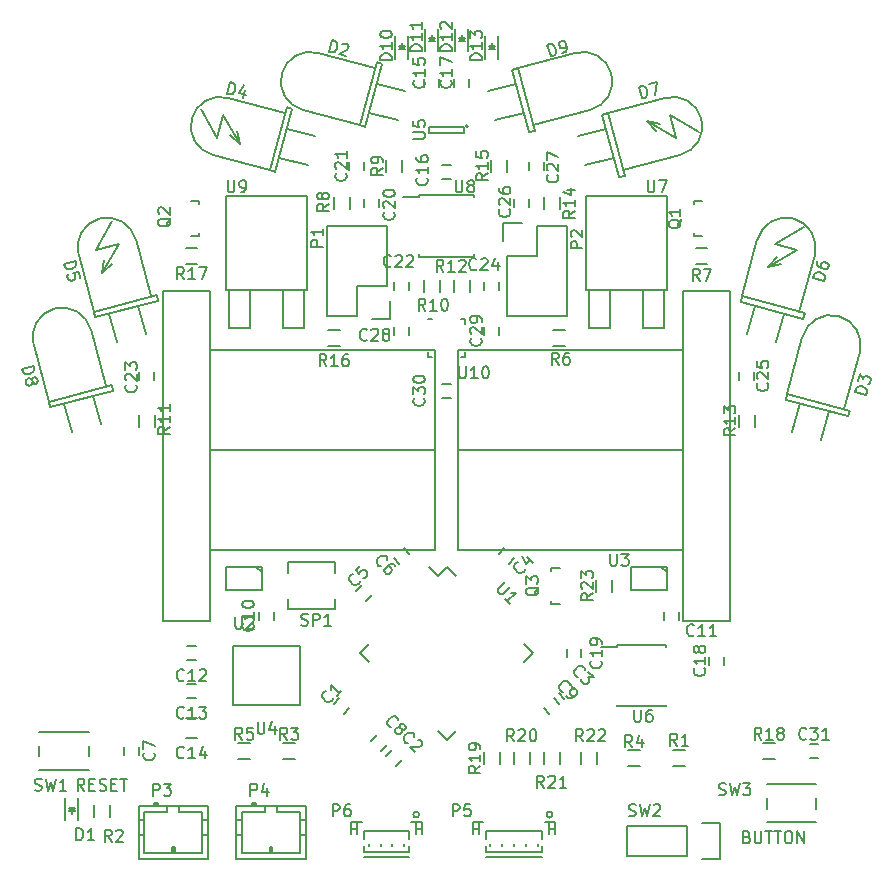
<source format=gto>
G04 #@! TF.FileFunction,Legend,Top*
%FSLAX46Y46*%
G04 Gerber Fmt 4.6, Leading zero omitted, Abs format (unit mm)*
G04 Created by KiCad (PCBNEW 4.0.1-stable) date 2016/09/09 20:04:28*
%MOMM*%
G01*
G04 APERTURE LIST*
%ADD10C,0.100000*%
%ADD11C,0.200000*%
%ADD12C,0.150000*%
G04 APERTURE END LIST*
D10*
D11*
X167000000Y-74000000D02*
X163000000Y-74000000D01*
X167000000Y-102000000D02*
X167000000Y-74000000D01*
X163000000Y-102000000D02*
X167000000Y-102000000D01*
X123000000Y-102000000D02*
X119000000Y-102000000D01*
X123000000Y-74000000D02*
X123000000Y-102000000D01*
X119000000Y-74000000D02*
X123000000Y-74000000D01*
X119000000Y-102000000D02*
X119000000Y-74000000D01*
X163000000Y-87500000D02*
X144000000Y-87500000D01*
X144000000Y-96000000D02*
X163000000Y-96000000D01*
X144000000Y-79000000D02*
X144000000Y-96000000D01*
X163000000Y-79000000D02*
X144000000Y-79000000D01*
X142000000Y-87500000D02*
X123000000Y-87500000D01*
X142000000Y-96000000D02*
X123000000Y-96000000D01*
X142000000Y-79000000D02*
X142000000Y-96000000D01*
X123000000Y-79000000D02*
X142000000Y-79000000D01*
X163000000Y-102000000D02*
X163000000Y-74000000D01*
X123000000Y-96000000D02*
X123000000Y-99000000D01*
X119000000Y-99000000D02*
X119000000Y-96000000D01*
D12*
X151965000Y-118367500D02*
G75*
G03X151965000Y-118367500I-250000J0D01*
G01*
X151115000Y-121917500D02*
X146315000Y-121917500D01*
X152215000Y-120017500D02*
X152215000Y-119017500D01*
X152215000Y-119017500D02*
X151315000Y-119017500D01*
X151715000Y-119017500D02*
X151715000Y-120017500D01*
X151715000Y-120017500D02*
X151715000Y-120017500D01*
X151715000Y-120017500D02*
X151715000Y-119017500D01*
X151715000Y-119017500D02*
X151715000Y-119017500D01*
X151715000Y-119617500D02*
X151715000Y-119617500D01*
X151715000Y-119617500D02*
X152215000Y-119617500D01*
X152215000Y-119617500D02*
X152215000Y-119617500D01*
X152215000Y-119617500D02*
X151715000Y-119617500D01*
X145215000Y-120017500D02*
X145215000Y-119017500D01*
X145215000Y-119017500D02*
X146115000Y-119017500D01*
X145715000Y-119017500D02*
X145715000Y-120017500D01*
X145715000Y-120017500D02*
X145715000Y-120017500D01*
X145715000Y-120017500D02*
X145715000Y-119017500D01*
X145715000Y-119017500D02*
X145715000Y-119017500D01*
X145715000Y-119617500D02*
X145715000Y-119617500D01*
X145715000Y-119617500D02*
X145215000Y-119617500D01*
X145215000Y-119617500D02*
X145215000Y-119617500D01*
X145215000Y-119617500D02*
X145715000Y-119617500D01*
X151115000Y-121017500D02*
X151115000Y-121517500D01*
X151115000Y-121517500D02*
X146315000Y-121517500D01*
X146315000Y-121517500D02*
X146315000Y-121017500D01*
X151115000Y-120417500D02*
X151115000Y-119767500D01*
X151115000Y-119767500D02*
X146315000Y-119767500D01*
X146315000Y-119767500D02*
X146315000Y-120417500D01*
X150715000Y-121017500D02*
X150715000Y-120817500D01*
X149715000Y-121017500D02*
X149715000Y-120817500D01*
X148715000Y-121017500D02*
X148715000Y-120817500D01*
X147715000Y-121017500D02*
X147715000Y-120817500D01*
X146715000Y-121017500D02*
X146715000Y-120817500D01*
X134781751Y-109336777D02*
X134286777Y-109831751D01*
X133438249Y-108983223D02*
X133933223Y-108488249D01*
X139226751Y-113781777D02*
X138731777Y-114276751D01*
X137883249Y-113428223D02*
X138378223Y-112933249D01*
X153336777Y-107218249D02*
X153831751Y-107713223D01*
X152983223Y-108561751D02*
X152488249Y-108066777D01*
X147408249Y-96283223D02*
X147903223Y-95788249D01*
X148751751Y-96636777D02*
X148256777Y-97131751D01*
X135343249Y-99458223D02*
X135838223Y-98963249D01*
X136686751Y-99811777D02*
X136191777Y-100306751D01*
X139013223Y-97131751D02*
X138518249Y-96636777D01*
X139366777Y-95788249D02*
X139861751Y-96283223D01*
X116930000Y-112620000D02*
X116930000Y-113320000D01*
X115730000Y-113320000D02*
X115730000Y-112620000D01*
X137956751Y-112511777D02*
X137461777Y-113006751D01*
X136613249Y-112158223D02*
X137108223Y-111663249D01*
X152066777Y-108488249D02*
X152561751Y-108983223D01*
X151713223Y-109831751D02*
X151218249Y-109336777D01*
X128360000Y-101190000D02*
X128360000Y-101890000D01*
X127160000Y-101890000D02*
X127160000Y-101190000D01*
X162650000Y-101190000D02*
X162650000Y-101890000D01*
X161450000Y-101890000D02*
X161450000Y-101190000D01*
X121760000Y-105315000D02*
X121060000Y-105315000D01*
X121060000Y-104115000D02*
X121760000Y-104115000D01*
X121760000Y-108490000D02*
X121060000Y-108490000D01*
X121060000Y-107290000D02*
X121760000Y-107290000D01*
X120910000Y-111915000D02*
X121910000Y-111915000D01*
X121910000Y-110215000D02*
X120910000Y-110215000D01*
X141130000Y-56805000D02*
X141130000Y-56105000D01*
X142330000Y-56105000D02*
X142330000Y-56805000D01*
X143350000Y-64548000D02*
X142650000Y-64548000D01*
X142650000Y-63348000D02*
X143350000Y-63348000D01*
X143670000Y-56805000D02*
X143670000Y-56105000D01*
X144870000Y-56105000D02*
X144870000Y-56805000D01*
X166460000Y-105000000D02*
X166460000Y-105700000D01*
X165260000Y-105700000D02*
X165260000Y-105000000D01*
X154395000Y-104365000D02*
X154395000Y-105065000D01*
X153195000Y-105065000D02*
X153195000Y-104365000D01*
X137250000Y-66265000D02*
X137250000Y-66965000D01*
X136050000Y-66965000D02*
X136050000Y-66265000D01*
X134780000Y-63790000D02*
X134780000Y-63090000D01*
X135980000Y-63090000D02*
X135980000Y-63790000D01*
X139790000Y-73250000D02*
X139790000Y-73950000D01*
X138590000Y-73950000D02*
X138590000Y-73250000D01*
X118200000Y-80870000D02*
X118200000Y-81570000D01*
X117000000Y-81570000D02*
X117000000Y-80870000D01*
X147410000Y-73250000D02*
X147410000Y-73950000D01*
X146210000Y-73950000D02*
X146210000Y-73250000D01*
X169000000Y-80870000D02*
X169000000Y-81570000D01*
X167800000Y-81570000D02*
X167800000Y-80870000D01*
X149950000Y-66265000D02*
X149950000Y-66965000D01*
X148750000Y-66965000D02*
X148750000Y-66265000D01*
X150020000Y-63790000D02*
X150020000Y-63090000D01*
X151220000Y-63090000D02*
X151220000Y-63790000D01*
X138590000Y-77760000D02*
X138590000Y-77060000D01*
X139790000Y-77060000D02*
X139790000Y-77760000D01*
X147410000Y-77060000D02*
X147410000Y-77760000D01*
X146210000Y-77760000D02*
X146210000Y-77060000D01*
X142650000Y-81890000D02*
X143350000Y-81890000D01*
X143350000Y-83090000D02*
X142650000Y-83090000D01*
X173765000Y-112370000D02*
X174465000Y-112370000D01*
X174465000Y-113570000D02*
X173765000Y-113570000D01*
X139740000Y-54380000D02*
X139740000Y-52480000D01*
X138640000Y-54380000D02*
X138640000Y-52480000D01*
X139190000Y-53480000D02*
X139190000Y-53030000D01*
X138940000Y-53530000D02*
X139440000Y-53530000D01*
X139190000Y-53530000D02*
X138940000Y-53280000D01*
X138940000Y-53280000D02*
X139440000Y-53280000D01*
X139440000Y-53280000D02*
X139190000Y-53530000D01*
X142280000Y-53745000D02*
X142280000Y-51845000D01*
X141180000Y-53745000D02*
X141180000Y-51845000D01*
X141730000Y-52845000D02*
X141730000Y-52395000D01*
X141480000Y-52895000D02*
X141980000Y-52895000D01*
X141730000Y-52895000D02*
X141480000Y-52645000D01*
X141480000Y-52645000D02*
X141980000Y-52645000D01*
X141980000Y-52645000D02*
X141730000Y-52895000D01*
X144820000Y-53745000D02*
X144820000Y-51845000D01*
X143720000Y-53745000D02*
X143720000Y-51845000D01*
X144270000Y-52845000D02*
X144270000Y-52395000D01*
X144020000Y-52895000D02*
X144520000Y-52895000D01*
X144270000Y-52895000D02*
X144020000Y-52645000D01*
X144020000Y-52645000D02*
X144520000Y-52645000D01*
X144520000Y-52645000D02*
X144270000Y-52895000D01*
X147360000Y-54380000D02*
X147360000Y-52480000D01*
X146260000Y-54380000D02*
X146260000Y-52480000D01*
X146810000Y-53480000D02*
X146810000Y-53030000D01*
X146560000Y-53530000D02*
X147060000Y-53530000D01*
X146810000Y-53530000D02*
X146560000Y-53280000D01*
X146560000Y-53280000D02*
X147060000Y-53280000D01*
X147060000Y-53280000D02*
X146810000Y-53530000D01*
X137920000Y-73600000D02*
X137920000Y-68520000D01*
X138200000Y-76420000D02*
X136650000Y-76420000D01*
X135380000Y-76140000D02*
X135380000Y-73600000D01*
X135380000Y-73600000D02*
X137920000Y-73600000D01*
X137920000Y-68520000D02*
X132840000Y-68520000D01*
X132840000Y-68520000D02*
X132840000Y-73600000D01*
X138200000Y-76420000D02*
X138200000Y-74870000D01*
X132840000Y-76140000D02*
X135380000Y-76140000D01*
X132840000Y-73600000D02*
X132840000Y-76140000D01*
X148080000Y-71060000D02*
X148080000Y-76140000D01*
X147800000Y-68240000D02*
X149350000Y-68240000D01*
X150620000Y-68520000D02*
X150620000Y-71060000D01*
X150620000Y-71060000D02*
X148080000Y-71060000D01*
X148080000Y-76140000D02*
X153160000Y-76140000D01*
X153160000Y-76140000D02*
X153160000Y-71060000D01*
X147800000Y-68240000D02*
X147800000Y-69790000D01*
X153160000Y-68520000D02*
X150620000Y-68520000D01*
X153160000Y-71060000D02*
X153160000Y-68520000D01*
X163939760Y-66585840D02*
X163939760Y-66634100D01*
X164640800Y-69384820D02*
X163939760Y-69384820D01*
X163939760Y-69384820D02*
X163939760Y-69135900D01*
X163939760Y-66585840D02*
X163939760Y-66385180D01*
X163939760Y-66385180D02*
X164640800Y-66385180D01*
X122060240Y-69184160D02*
X122060240Y-69135900D01*
X121359200Y-66385180D02*
X122060240Y-66385180D01*
X122060240Y-66385180D02*
X122060240Y-66634100D01*
X122060240Y-69184160D02*
X122060240Y-69384820D01*
X122060240Y-69384820D02*
X121359200Y-69384820D01*
X151874760Y-97700840D02*
X151874760Y-97749100D01*
X152575800Y-100499820D02*
X151874760Y-100499820D01*
X151874760Y-100499820D02*
X151874760Y-100250900D01*
X151874760Y-97700840D02*
X151874760Y-97500180D01*
X151874760Y-97500180D02*
X152575800Y-97500180D01*
X162185000Y-112930000D02*
X163185000Y-112930000D01*
X163185000Y-114280000D02*
X162185000Y-114280000D01*
X130165000Y-113645000D02*
X129165000Y-113645000D01*
X129165000Y-112295000D02*
X130165000Y-112295000D01*
X158375000Y-112930000D02*
X159375000Y-112930000D01*
X159375000Y-114280000D02*
X158375000Y-114280000D01*
X125355000Y-112295000D02*
X126355000Y-112295000D01*
X126355000Y-113645000D02*
X125355000Y-113645000D01*
X153025000Y-78720000D02*
X152025000Y-78720000D01*
X152025000Y-77370000D02*
X153025000Y-77370000D01*
X164090000Y-70385000D02*
X165090000Y-70385000D01*
X165090000Y-71735000D02*
X164090000Y-71735000D01*
X133435000Y-67115000D02*
X133435000Y-66115000D01*
X134785000Y-66115000D02*
X134785000Y-67115000D01*
X137880000Y-63940000D02*
X137880000Y-62940000D01*
X139230000Y-62940000D02*
X139230000Y-63940000D01*
X141055000Y-74100000D02*
X141055000Y-73100000D01*
X142405000Y-73100000D02*
X142405000Y-74100000D01*
X116925000Y-85530000D02*
X116925000Y-84530000D01*
X118275000Y-84530000D02*
X118275000Y-85530000D01*
X143595000Y-74100000D02*
X143595000Y-73100000D01*
X144945000Y-73100000D02*
X144945000Y-74100000D01*
X167725000Y-85530000D02*
X167725000Y-84530000D01*
X169075000Y-84530000D02*
X169075000Y-85530000D01*
X151215000Y-67115000D02*
X151215000Y-66115000D01*
X152565000Y-66115000D02*
X152565000Y-67115000D01*
X146770000Y-63940000D02*
X146770000Y-62940000D01*
X148120000Y-62940000D02*
X148120000Y-63940000D01*
X132975000Y-77370000D02*
X133975000Y-77370000D01*
X133975000Y-78720000D02*
X132975000Y-78720000D01*
X121910000Y-71735000D02*
X120910000Y-71735000D01*
X120910000Y-70385000D02*
X121910000Y-70385000D01*
X170805000Y-113645000D02*
X169805000Y-113645000D01*
X169805000Y-112295000D02*
X170805000Y-112295000D01*
X146135000Y-114105000D02*
X146135000Y-113105000D01*
X147485000Y-113105000D02*
X147485000Y-114105000D01*
X148675000Y-114105000D02*
X148675000Y-113105000D01*
X150025000Y-113105000D02*
X150025000Y-114105000D01*
X151215000Y-114105000D02*
X151215000Y-113105000D01*
X152565000Y-113105000D02*
X152565000Y-114105000D01*
X154390000Y-114105000D02*
X154390000Y-113105000D01*
X155740000Y-113105000D02*
X155740000Y-114105000D01*
X157010000Y-98500000D02*
X157010000Y-99500000D01*
X155660000Y-99500000D02*
X155660000Y-98500000D01*
X133570000Y-100100000D02*
X133570000Y-101000000D01*
X133570000Y-101000000D02*
X129570000Y-101000000D01*
X129570000Y-101000000D02*
X129570000Y-100100000D01*
X129570000Y-97000000D02*
X133570000Y-97000000D01*
X133570000Y-97000000D02*
X133570000Y-97900000D01*
X129570000Y-97900000D02*
X129570000Y-97000000D01*
D11*
X112715000Y-112520000D02*
X112715000Y-113420000D01*
X108515000Y-113420000D02*
X108515000Y-112520000D01*
X108515000Y-114570000D02*
X112715000Y-114570000D01*
X108515000Y-111370000D02*
X112715000Y-111370000D01*
D12*
X163320000Y-119320000D02*
X158240000Y-119320000D01*
X158240000Y-119320000D02*
X158240000Y-121860000D01*
X158240000Y-121860000D02*
X163320000Y-121860000D01*
X166140000Y-122140000D02*
X164590000Y-122140000D01*
X163320000Y-121860000D02*
X163320000Y-119320000D01*
X164590000Y-119040000D02*
X166140000Y-119040000D01*
X166140000Y-119040000D02*
X166140000Y-122140000D01*
D11*
X174310000Y-116965000D02*
X174310000Y-117865000D01*
X170110000Y-117865000D02*
X170110000Y-116965000D01*
X170110000Y-119015000D02*
X174310000Y-119015000D01*
X170110000Y-115815000D02*
X174310000Y-115815000D01*
D12*
X143000000Y-97396445D02*
X142239860Y-98156585D01*
X150318555Y-104715000D02*
X149558415Y-105475140D01*
X143000000Y-112033555D02*
X143760140Y-111273415D01*
X135681445Y-104715000D02*
X136441585Y-103954860D01*
X143000000Y-97396445D02*
X143760140Y-98156585D01*
X135681445Y-104715000D02*
X136441585Y-105475140D01*
X143000000Y-112033555D02*
X142239860Y-111273415D01*
X150318555Y-104715000D02*
X149558415Y-103954860D01*
X142239860Y-98156585D02*
X141515076Y-97431800D01*
X144800000Y-60092000D02*
G75*
G03X144800000Y-60092000I-100000J0D01*
G01*
X144450000Y-60642000D02*
X144450000Y-60142000D01*
X141550000Y-60642000D02*
X144450000Y-60642000D01*
X141550000Y-60142000D02*
X141550000Y-60642000D01*
X144450000Y-60142000D02*
X141550000Y-60142000D01*
X157435000Y-104045000D02*
X157435000Y-104190000D01*
X161585000Y-104045000D02*
X161585000Y-104190000D01*
X161585000Y-109195000D02*
X161585000Y-109050000D01*
X157435000Y-109195000D02*
X157435000Y-109050000D01*
X157435000Y-104045000D02*
X161585000Y-104045000D01*
X157435000Y-109195000D02*
X161585000Y-109195000D01*
X157435000Y-104190000D02*
X156035000Y-104190000D01*
X159637000Y-73981000D02*
X159637000Y-77156000D01*
X159637000Y-77156000D02*
X161415000Y-77156000D01*
X161415000Y-77156000D02*
X161415000Y-73981000D01*
X155065000Y-73981000D02*
X155065000Y-77156000D01*
X155065000Y-77156000D02*
X156843000Y-77156000D01*
X156843000Y-77156000D02*
X156843000Y-73981000D01*
X161669000Y-67885000D02*
X161669000Y-73981000D01*
X161669000Y-73981000D02*
X154811000Y-73981000D01*
X154811000Y-73981000D02*
X154811000Y-66107000D01*
X154811000Y-65980000D02*
X161669000Y-65980000D01*
X161669000Y-66107000D02*
X161669000Y-67885000D01*
X140675000Y-65895000D02*
X140675000Y-66120000D01*
X145325000Y-65895000D02*
X145325000Y-66120000D01*
X145325000Y-71145000D02*
X145325000Y-70920000D01*
X140675000Y-71145000D02*
X140675000Y-70920000D01*
X140675000Y-65895000D02*
X145325000Y-65895000D01*
X140675000Y-71145000D02*
X145325000Y-71145000D01*
X140675000Y-66120000D02*
X139325000Y-66120000D01*
X129157000Y-73981000D02*
X129157000Y-77156000D01*
X129157000Y-77156000D02*
X130935000Y-77156000D01*
X130935000Y-77156000D02*
X130935000Y-73981000D01*
X124585000Y-73981000D02*
X124585000Y-77156000D01*
X124585000Y-77156000D02*
X126363000Y-77156000D01*
X126363000Y-77156000D02*
X126363000Y-73981000D01*
X131189000Y-67885000D02*
X131189000Y-73981000D01*
X131189000Y-73981000D02*
X124331000Y-73981000D01*
X124331000Y-73981000D02*
X124331000Y-66107000D01*
X124331000Y-65980000D02*
X131189000Y-65980000D01*
X131189000Y-66107000D02*
X131189000Y-67885000D01*
X167902233Y-74983138D02*
X173214825Y-76406643D01*
X173214825Y-76406643D02*
X173344235Y-75923680D01*
X173344235Y-75923680D02*
X168031643Y-74500175D01*
X170256988Y-71990626D02*
X170998770Y-71154110D01*
X170998770Y-71154110D02*
X170256988Y-71990626D01*
X170256988Y-71990626D02*
X171352324Y-71766482D01*
X173224116Y-68644561D02*
X170774627Y-70058774D01*
X170774627Y-70058774D02*
X172706478Y-70576412D01*
X172706478Y-70576412D02*
X170256988Y-71990626D01*
X170896726Y-78373700D02*
X171543773Y-75958886D01*
X169090322Y-75301485D02*
X168443274Y-77716300D01*
X172861272Y-75794270D02*
X174155367Y-70964641D01*
X168031643Y-74500175D02*
X167902233Y-74983138D01*
X169325738Y-69670546D02*
X168031643Y-74500175D01*
X174155366Y-70964641D02*
G75*
G03X172387600Y-67902779I-2414814J647048D01*
G01*
X172387599Y-67902779D02*
G75*
G03X169325738Y-69670546I-647047J-2414814D01*
G01*
X171712233Y-83238138D02*
X177024825Y-84661643D01*
X177024825Y-84661643D02*
X177154235Y-84178680D01*
X177154235Y-84178680D02*
X171841643Y-82755175D01*
X174706726Y-86628700D02*
X175353773Y-84213886D01*
X172900322Y-83556485D02*
X172253274Y-85971300D01*
X176671272Y-84049270D02*
X177965367Y-79219641D01*
X171841643Y-82755175D02*
X171712233Y-83238138D01*
X173135738Y-77925546D02*
X171841643Y-82755175D01*
X177965366Y-79219641D02*
G75*
G03X176197600Y-76157779I-2414814J647048D01*
G01*
X176197599Y-76157779D02*
G75*
G03X173135738Y-77925546I-647047J-2414814D01*
G01*
X148577767Y-55298138D02*
X150001272Y-60610730D01*
X150001272Y-60610730D02*
X150484235Y-60481320D01*
X150484235Y-60481320D02*
X149060730Y-55168728D01*
X147138700Y-59586726D02*
X149553515Y-58939678D01*
X148896114Y-56486227D02*
X146481300Y-57133274D01*
X150354825Y-59998357D02*
X155184454Y-58704262D01*
X149060730Y-55168728D02*
X148577767Y-55298138D01*
X153890359Y-53874633D02*
X149060730Y-55168728D01*
X155184455Y-58704262D02*
G75*
G03X156952221Y-55642400I-647048J2414814D01*
G01*
X156952222Y-55642400D02*
G75*
G03X153890359Y-53874633I-2414815J-647048D01*
G01*
X156197767Y-59108138D02*
X157621272Y-64420730D01*
X157621272Y-64420730D02*
X158104235Y-64291320D01*
X158104235Y-64291320D02*
X156680730Y-58978728D01*
X159966736Y-59651160D02*
X161062071Y-59875304D01*
X161062071Y-59875304D02*
X159966736Y-59651160D01*
X159966736Y-59651160D02*
X160708518Y-60487676D01*
X164348077Y-60547735D02*
X161898588Y-59133522D01*
X161898588Y-59133522D02*
X162416226Y-61065373D01*
X162416226Y-61065373D02*
X159966736Y-59651160D01*
X154758700Y-63396726D02*
X157173515Y-62749678D01*
X156516114Y-60296227D02*
X154101300Y-60943274D01*
X157974825Y-63808357D02*
X162804454Y-62514262D01*
X156680730Y-58978728D02*
X156197767Y-59108138D01*
X161510359Y-57684633D02*
X156680730Y-58978728D01*
X162804455Y-62514262D02*
G75*
G03X164572221Y-59452400I-647048J2414814D01*
G01*
X164572222Y-59452400D02*
G75*
G03X161510359Y-57684633I-2414815J-647048D01*
G01*
X136128138Y-60127767D02*
X137551643Y-54815175D01*
X137551643Y-54815175D02*
X137068680Y-54685765D01*
X137068680Y-54685765D02*
X135645175Y-59998357D01*
X139518700Y-57133274D02*
X137103886Y-56486227D01*
X136446485Y-58939678D02*
X138861300Y-59586726D01*
X136939270Y-55168728D02*
X132109641Y-53874633D01*
X135645175Y-59998357D02*
X136128138Y-60127767D01*
X130815546Y-58704262D02*
X135645175Y-59998357D01*
X132109641Y-53874634D02*
G75*
G03X129047779Y-55642400I-647048J-2414814D01*
G01*
X129047779Y-55642401D02*
G75*
G03X130815546Y-58704262I2414814J-647047D01*
G01*
X113268138Y-76277233D02*
X118580730Y-74853728D01*
X118580730Y-74853728D02*
X118451320Y-74370765D01*
X118451320Y-74370765D02*
X113138728Y-75794270D01*
X113811160Y-72508264D02*
X114035304Y-71412929D01*
X114035304Y-71412929D02*
X113811160Y-72508264D01*
X113811160Y-72508264D02*
X114647676Y-71766482D01*
X114707735Y-68126923D02*
X113293522Y-70576412D01*
X113293522Y-70576412D02*
X115225373Y-70058774D01*
X115225373Y-70058774D02*
X113811160Y-72508264D01*
X117556726Y-77716300D02*
X116909678Y-75301485D01*
X114456227Y-75958886D02*
X115103274Y-78373700D01*
X117968357Y-74500175D02*
X116674262Y-69670546D01*
X113138728Y-75794270D02*
X113268138Y-76277233D01*
X111844633Y-70964641D02*
X113138728Y-75794270D01*
X116674262Y-69670545D02*
G75*
G03X113612400Y-67902779I-2414814J-647048D01*
G01*
X113612400Y-67902778D02*
G75*
G03X111844633Y-70964641I647048J-2414815D01*
G01*
X109458138Y-83897233D02*
X114770730Y-82473728D01*
X114770730Y-82473728D02*
X114641320Y-81990765D01*
X114641320Y-81990765D02*
X109328728Y-83414270D01*
X113746726Y-85336300D02*
X113099678Y-82921485D01*
X110646227Y-83578886D02*
X111293274Y-85993700D01*
X114158357Y-82120175D02*
X112864262Y-77290546D01*
X109328728Y-83414270D02*
X109458138Y-83897233D01*
X108034633Y-78584641D02*
X109328728Y-83414270D01*
X112864262Y-77290545D02*
G75*
G03X109802400Y-75522779I-2414814J-647048D01*
G01*
X109802400Y-75522778D02*
G75*
G03X108034633Y-78584641I647048J-2414815D01*
G01*
X128508138Y-63937767D02*
X129931643Y-58625175D01*
X129931643Y-58625175D02*
X129448680Y-58495765D01*
X129448680Y-58495765D02*
X128025175Y-63808357D01*
X125515626Y-61583012D02*
X124679110Y-60841230D01*
X124679110Y-60841230D02*
X125515626Y-61583012D01*
X125515626Y-61583012D02*
X125291482Y-60487676D01*
X122169561Y-58615884D02*
X123583774Y-61065373D01*
X123583774Y-61065373D02*
X124101412Y-59133522D01*
X124101412Y-59133522D02*
X125515626Y-61583012D01*
X131898700Y-60943274D02*
X129483886Y-60296227D01*
X128826485Y-62749678D02*
X131241300Y-63396726D01*
X129319270Y-58978728D02*
X124489641Y-57684633D01*
X128025175Y-63808357D02*
X128508138Y-63937767D01*
X123195546Y-62514262D02*
X128025175Y-63808357D01*
X124489641Y-57684634D02*
G75*
G03X121427779Y-59452400I-647048J-2414814D01*
G01*
X121427779Y-59452401D02*
G75*
G03X123195546Y-62514262I2414814J-647047D01*
G01*
X141400000Y-79645000D02*
X141400000Y-79245000D01*
X141400000Y-79645000D02*
X141800000Y-79645000D01*
X144600000Y-79645000D02*
X144600000Y-79245000D01*
X144600000Y-79645000D02*
X144200000Y-79645000D01*
X144600000Y-76445000D02*
X144600000Y-76845000D01*
X144600000Y-76445000D02*
X144200000Y-76445000D01*
X141400000Y-76445000D02*
X141800000Y-76445000D01*
X110700000Y-116950000D02*
X110700000Y-118850000D01*
X111800000Y-116950000D02*
X111800000Y-118850000D01*
X111250000Y-117850000D02*
X111250000Y-118300000D01*
X111500000Y-117800000D02*
X111000000Y-117800000D01*
X111250000Y-117800000D02*
X111500000Y-118050000D01*
X111500000Y-118050000D02*
X111000000Y-118050000D01*
X111000000Y-118050000D02*
X111250000Y-117800000D01*
X113115000Y-118550000D02*
X113115000Y-117550000D01*
X114465000Y-117550000D02*
X114465000Y-118550000D01*
X161645000Y-97865000D02*
X161145000Y-97365000D01*
X161645000Y-99365000D02*
X161645000Y-97365000D01*
X161645000Y-97365000D02*
X158645000Y-97365000D01*
X158645000Y-97365000D02*
X158645000Y-99365000D01*
X158645000Y-99365000D02*
X161645000Y-99365000D01*
X116920000Y-122120000D02*
X116920000Y-117620000D01*
X116920000Y-117620000D02*
X122820000Y-117620000D01*
X122820000Y-117620000D02*
X122820000Y-122120000D01*
X122820000Y-122120000D02*
X116920000Y-122120000D01*
X119370000Y-117620000D02*
X119370000Y-118120000D01*
X119370000Y-118120000D02*
X117420000Y-118120000D01*
X117420000Y-118120000D02*
X117420000Y-121620000D01*
X117420000Y-121620000D02*
X122320000Y-121620000D01*
X122320000Y-121620000D02*
X122320000Y-118120000D01*
X122320000Y-118120000D02*
X120370000Y-118120000D01*
X120370000Y-118120000D02*
X120370000Y-117620000D01*
X116920000Y-118820000D02*
X117420000Y-118820000D01*
X116920000Y-120120000D02*
X117420000Y-120120000D01*
X122320000Y-118820000D02*
X122820000Y-118820000D01*
X122320000Y-120120000D02*
X122820000Y-120120000D01*
X118570000Y-117620000D02*
X118570000Y-117420000D01*
X118570000Y-117420000D02*
X118270000Y-117420000D01*
X118270000Y-117420000D02*
X118270000Y-117620000D01*
X118570000Y-117520000D02*
X118270000Y-117520000D01*
X119770000Y-121620000D02*
X119770000Y-121120000D01*
X119770000Y-121120000D02*
X119970000Y-121120000D01*
X119970000Y-121120000D02*
X119970000Y-121620000D01*
X119870000Y-121620000D02*
X119870000Y-121120000D01*
X125175000Y-122120000D02*
X125175000Y-117620000D01*
X125175000Y-117620000D02*
X131075000Y-117620000D01*
X131075000Y-117620000D02*
X131075000Y-122120000D01*
X131075000Y-122120000D02*
X125175000Y-122120000D01*
X127625000Y-117620000D02*
X127625000Y-118120000D01*
X127625000Y-118120000D02*
X125675000Y-118120000D01*
X125675000Y-118120000D02*
X125675000Y-121620000D01*
X125675000Y-121620000D02*
X130575000Y-121620000D01*
X130575000Y-121620000D02*
X130575000Y-118120000D01*
X130575000Y-118120000D02*
X128625000Y-118120000D01*
X128625000Y-118120000D02*
X128625000Y-117620000D01*
X125175000Y-118820000D02*
X125675000Y-118820000D01*
X125175000Y-120120000D02*
X125675000Y-120120000D01*
X130575000Y-118820000D02*
X131075000Y-118820000D01*
X130575000Y-120120000D02*
X131075000Y-120120000D01*
X126825000Y-117620000D02*
X126825000Y-117420000D01*
X126825000Y-117420000D02*
X126525000Y-117420000D01*
X126525000Y-117420000D02*
X126525000Y-117620000D01*
X126825000Y-117520000D02*
X126525000Y-117520000D01*
X128025000Y-121620000D02*
X128025000Y-121120000D01*
X128025000Y-121120000D02*
X128225000Y-121120000D01*
X128225000Y-121120000D02*
X128225000Y-121620000D01*
X128125000Y-121620000D02*
X128125000Y-121120000D01*
X140670000Y-118367500D02*
G75*
G03X140670000Y-118367500I-250000J0D01*
G01*
X139820000Y-121917500D02*
X136020000Y-121917500D01*
X140920000Y-120017500D02*
X140920000Y-119017500D01*
X140920000Y-119017500D02*
X140020000Y-119017500D01*
X140420000Y-119017500D02*
X140420000Y-120017500D01*
X140420000Y-120017500D02*
X140420000Y-120017500D01*
X140420000Y-120017500D02*
X140420000Y-119017500D01*
X140420000Y-119017500D02*
X140420000Y-119017500D01*
X140420000Y-119617500D02*
X140420000Y-119617500D01*
X140420000Y-119617500D02*
X140920000Y-119617500D01*
X140920000Y-119617500D02*
X140920000Y-119617500D01*
X140920000Y-119617500D02*
X140420000Y-119617500D01*
X134920000Y-120017500D02*
X134920000Y-119017500D01*
X134920000Y-119017500D02*
X135820000Y-119017500D01*
X135420000Y-119017500D02*
X135420000Y-120017500D01*
X135420000Y-120017500D02*
X135420000Y-120017500D01*
X135420000Y-120017500D02*
X135420000Y-119017500D01*
X135420000Y-119017500D02*
X135420000Y-119017500D01*
X135420000Y-119617500D02*
X135420000Y-119617500D01*
X135420000Y-119617500D02*
X134920000Y-119617500D01*
X134920000Y-119617500D02*
X134920000Y-119617500D01*
X134920000Y-119617500D02*
X135420000Y-119617500D01*
X139820000Y-121017500D02*
X139820000Y-121517500D01*
X139820000Y-121517500D02*
X136020000Y-121517500D01*
X136020000Y-121517500D02*
X136020000Y-121017500D01*
X139820000Y-120417500D02*
X139820000Y-119767500D01*
X139820000Y-119767500D02*
X136020000Y-119767500D01*
X136020000Y-119767500D02*
X136020000Y-120417500D01*
X139420000Y-121017500D02*
X139420000Y-120817500D01*
X138420000Y-121017500D02*
X138420000Y-120817500D01*
X137420000Y-121017500D02*
X137420000Y-120817500D01*
X136420000Y-121017500D02*
X136420000Y-120817500D01*
X127355000Y-97865000D02*
X126855000Y-97365000D01*
X127355000Y-99365000D02*
X127355000Y-97365000D01*
X127355000Y-97365000D02*
X124355000Y-97365000D01*
X124355000Y-97365000D02*
X124355000Y-99365000D01*
X124355000Y-99365000D02*
X127355000Y-99365000D01*
X130610000Y-109120000D02*
X130610000Y-104120000D01*
X130610000Y-104120000D02*
X124910000Y-104120000D01*
X124910000Y-104120000D02*
X124910000Y-109120000D01*
X124910000Y-109120000D02*
X130610000Y-109120000D01*
X143531905Y-118502381D02*
X143531905Y-117502381D01*
X143912858Y-117502381D01*
X144008096Y-117550000D01*
X144055715Y-117597619D01*
X144103334Y-117692857D01*
X144103334Y-117835714D01*
X144055715Y-117930952D01*
X144008096Y-117978571D01*
X143912858Y-118026190D01*
X143531905Y-118026190D01*
X145008096Y-117502381D02*
X144531905Y-117502381D01*
X144484286Y-117978571D01*
X144531905Y-117930952D01*
X144627143Y-117883333D01*
X144865239Y-117883333D01*
X144960477Y-117930952D01*
X145008096Y-117978571D01*
X145055715Y-118073810D01*
X145055715Y-118311905D01*
X145008096Y-118407143D01*
X144960477Y-118454762D01*
X144865239Y-118502381D01*
X144627143Y-118502381D01*
X144531905Y-118454762D01*
X144484286Y-118407143D01*
X133355689Y-108514389D02*
X133355689Y-108581732D01*
X133288345Y-108716419D01*
X133221002Y-108783763D01*
X133086314Y-108851107D01*
X132951627Y-108851107D01*
X132850612Y-108817435D01*
X132682254Y-108716420D01*
X132581238Y-108615404D01*
X132480223Y-108447045D01*
X132446551Y-108346030D01*
X132446551Y-108211343D01*
X132513895Y-108076656D01*
X132581238Y-108009312D01*
X132715925Y-107941969D01*
X132783269Y-107941969D01*
X134096467Y-107908297D02*
X133692406Y-108312359D01*
X133894436Y-108110328D02*
X133187329Y-107403222D01*
X133221001Y-107571580D01*
X133221001Y-107706267D01*
X133187329Y-107807282D01*
X139708611Y-112342688D02*
X139641268Y-112342688D01*
X139506581Y-112275344D01*
X139439237Y-112208001D01*
X139371893Y-112073313D01*
X139371893Y-111938626D01*
X139405565Y-111837611D01*
X139506580Y-111669253D01*
X139607596Y-111568237D01*
X139775955Y-111467222D01*
X139876970Y-111433550D01*
X140011657Y-111433550D01*
X140146344Y-111500894D01*
X140213688Y-111568237D01*
X140281031Y-111702924D01*
X140281031Y-111770268D01*
X140550405Y-112039641D02*
X140617748Y-112039641D01*
X140718763Y-112073313D01*
X140887123Y-112241672D01*
X140920794Y-112342688D01*
X140920794Y-112410031D01*
X140887123Y-112511046D01*
X140819779Y-112578390D01*
X140685092Y-112645733D01*
X139876970Y-112645733D01*
X140314703Y-113083466D01*
X154133114Y-106681185D02*
X154065771Y-106681185D01*
X153931084Y-106613841D01*
X153863740Y-106546498D01*
X153796396Y-106411810D01*
X153796396Y-106277123D01*
X153830068Y-106176108D01*
X153931083Y-106007750D01*
X154032099Y-105906734D01*
X154200458Y-105805719D01*
X154301473Y-105772047D01*
X154436160Y-105772047D01*
X154570847Y-105839391D01*
X154638191Y-105906734D01*
X154705534Y-106041421D01*
X154705534Y-106108765D01*
X155008579Y-106277123D02*
X155446313Y-106714856D01*
X154941236Y-106748527D01*
X155042252Y-106849543D01*
X155075924Y-106950558D01*
X155075924Y-107017902D01*
X155042251Y-107118918D01*
X154873893Y-107287276D01*
X154772877Y-107320948D01*
X154705534Y-107320948D01*
X154604519Y-107287276D01*
X154402488Y-107085245D01*
X154368816Y-106984230D01*
X154368816Y-106916887D01*
X149611688Y-97592389D02*
X149611688Y-97659732D01*
X149544344Y-97794419D01*
X149477001Y-97861763D01*
X149342313Y-97929107D01*
X149207626Y-97929107D01*
X149106611Y-97895435D01*
X148938253Y-97794420D01*
X148837237Y-97693404D01*
X148736222Y-97525045D01*
X148702550Y-97424030D01*
X148702550Y-97289343D01*
X148769894Y-97154656D01*
X148837237Y-97087312D01*
X148971924Y-97019969D01*
X149039268Y-97019969D01*
X149813718Y-96582236D02*
X150285123Y-97053641D01*
X149375985Y-96481222D02*
X149712703Y-97154657D01*
X150150436Y-96716924D01*
X135641688Y-98608389D02*
X135641688Y-98675732D01*
X135574344Y-98810419D01*
X135507001Y-98877763D01*
X135372313Y-98945107D01*
X135237626Y-98945107D01*
X135136611Y-98911435D01*
X134968253Y-98810420D01*
X134867237Y-98709404D01*
X134766222Y-98541045D01*
X134732550Y-98440030D01*
X134732550Y-98305343D01*
X134799894Y-98170656D01*
X134867237Y-98103312D01*
X135001924Y-98035969D01*
X135069268Y-98035969D01*
X135641688Y-97328862D02*
X135304970Y-97665580D01*
X135608015Y-98035969D01*
X135608015Y-97968626D01*
X135641687Y-97867610D01*
X135810046Y-97699251D01*
X135911061Y-97665579D01*
X135978405Y-97665579D01*
X136079421Y-97699252D01*
X136247779Y-97867610D01*
X136281451Y-97968626D01*
X136281451Y-98035969D01*
X136247779Y-98136984D01*
X136079420Y-98305343D01*
X135978405Y-98339015D01*
X135911061Y-98339015D01*
X137422611Y-97356688D02*
X137355268Y-97356688D01*
X137220581Y-97289344D01*
X137153237Y-97222001D01*
X137085893Y-97087313D01*
X137085893Y-96952626D01*
X137119565Y-96851611D01*
X137220580Y-96683253D01*
X137321596Y-96582237D01*
X137489955Y-96481222D01*
X137590970Y-96447550D01*
X137725657Y-96447550D01*
X137860344Y-96514894D01*
X137927688Y-96582237D01*
X137995031Y-96716924D01*
X137995031Y-96784268D01*
X138668466Y-97323016D02*
X138533778Y-97188328D01*
X138432763Y-97154657D01*
X138365420Y-97154657D01*
X138197061Y-97188328D01*
X138028703Y-97289343D01*
X137759328Y-97558718D01*
X137725657Y-97659733D01*
X137725657Y-97727076D01*
X137759328Y-97828092D01*
X137894016Y-97962779D01*
X137995031Y-97996451D01*
X138062374Y-97996451D01*
X138163390Y-97962779D01*
X138331748Y-97794421D01*
X138365421Y-97693405D01*
X138365421Y-97626061D01*
X138331749Y-97525046D01*
X138197061Y-97390359D01*
X138096046Y-97356687D01*
X138028703Y-97356687D01*
X137927687Y-97390359D01*
X118211143Y-113136666D02*
X118258762Y-113184285D01*
X118306381Y-113327142D01*
X118306381Y-113422380D01*
X118258762Y-113565238D01*
X118163524Y-113660476D01*
X118068286Y-113708095D01*
X117877810Y-113755714D01*
X117734952Y-113755714D01*
X117544476Y-113708095D01*
X117449238Y-113660476D01*
X117354000Y-113565238D01*
X117306381Y-113422380D01*
X117306381Y-113327142D01*
X117354000Y-113184285D01*
X117401619Y-113136666D01*
X117306381Y-112803333D02*
X117306381Y-112136666D01*
X118306381Y-112565238D01*
X138311611Y-110945688D02*
X138244268Y-110945688D01*
X138109581Y-110878344D01*
X138042237Y-110811001D01*
X137974893Y-110676313D01*
X137974893Y-110541626D01*
X138008565Y-110440611D01*
X138109580Y-110272253D01*
X138210596Y-110171237D01*
X138378955Y-110070222D01*
X138479970Y-110036550D01*
X138614657Y-110036550D01*
X138749344Y-110103894D01*
X138816688Y-110171237D01*
X138884031Y-110305924D01*
X138884031Y-110373268D01*
X139052390Y-111013030D02*
X139018718Y-110912015D01*
X139018718Y-110844672D01*
X139052390Y-110743657D01*
X139086061Y-110709985D01*
X139187076Y-110676313D01*
X139254420Y-110676313D01*
X139355435Y-110709985D01*
X139490123Y-110844672D01*
X139523794Y-110945688D01*
X139523794Y-111013031D01*
X139490123Y-111114046D01*
X139456451Y-111147718D01*
X139355436Y-111181390D01*
X139288092Y-111181390D01*
X139187077Y-111147718D01*
X139052390Y-111013030D01*
X138951374Y-110979359D01*
X138884031Y-110979359D01*
X138783015Y-111013031D01*
X138648328Y-111147718D01*
X138614657Y-111248733D01*
X138614657Y-111316076D01*
X138648328Y-111417092D01*
X138783016Y-111551779D01*
X138884031Y-111585451D01*
X138951374Y-111585451D01*
X139052390Y-111551779D01*
X139187076Y-111417092D01*
X139220749Y-111316076D01*
X139220749Y-111248733D01*
X139187077Y-111147718D01*
X152863114Y-107951185D02*
X152795771Y-107951185D01*
X152661084Y-107883841D01*
X152593740Y-107816498D01*
X152526396Y-107681810D01*
X152526396Y-107547123D01*
X152560068Y-107446108D01*
X152661083Y-107277750D01*
X152762099Y-107176734D01*
X152930458Y-107075719D01*
X153031473Y-107042047D01*
X153166160Y-107042047D01*
X153300847Y-107109391D01*
X153368191Y-107176734D01*
X153435534Y-107311421D01*
X153435534Y-107378765D01*
X153132488Y-108355245D02*
X153267175Y-108489932D01*
X153368191Y-108523604D01*
X153435534Y-108523604D01*
X153603893Y-108489933D01*
X153772251Y-108388918D01*
X154041626Y-108119543D01*
X154075297Y-108018528D01*
X154075297Y-107951185D01*
X154041626Y-107850169D01*
X153906938Y-107715482D01*
X153805923Y-107681810D01*
X153738579Y-107681810D01*
X153637564Y-107715482D01*
X153469206Y-107883840D01*
X153435534Y-107984856D01*
X153435533Y-108052200D01*
X153469205Y-108153215D01*
X153603893Y-108287902D01*
X153704908Y-108321574D01*
X153772252Y-108321573D01*
X153873267Y-108287902D01*
X126593143Y-102182857D02*
X126640762Y-102230476D01*
X126688381Y-102373333D01*
X126688381Y-102468571D01*
X126640762Y-102611429D01*
X126545524Y-102706667D01*
X126450286Y-102754286D01*
X126259810Y-102801905D01*
X126116952Y-102801905D01*
X125926476Y-102754286D01*
X125831238Y-102706667D01*
X125736000Y-102611429D01*
X125688381Y-102468571D01*
X125688381Y-102373333D01*
X125736000Y-102230476D01*
X125783619Y-102182857D01*
X126688381Y-101230476D02*
X126688381Y-101801905D01*
X126688381Y-101516191D02*
X125688381Y-101516191D01*
X125831238Y-101611429D01*
X125926476Y-101706667D01*
X125974095Y-101801905D01*
X125688381Y-100611429D02*
X125688381Y-100516190D01*
X125736000Y-100420952D01*
X125783619Y-100373333D01*
X125878857Y-100325714D01*
X126069333Y-100278095D01*
X126307429Y-100278095D01*
X126497905Y-100325714D01*
X126593143Y-100373333D01*
X126640762Y-100420952D01*
X126688381Y-100516190D01*
X126688381Y-100611429D01*
X126640762Y-100706667D01*
X126593143Y-100754286D01*
X126497905Y-100801905D01*
X126307429Y-100849524D01*
X126069333Y-100849524D01*
X125878857Y-100801905D01*
X125783619Y-100754286D01*
X125736000Y-100706667D01*
X125688381Y-100611429D01*
X163947143Y-103167143D02*
X163899524Y-103214762D01*
X163756667Y-103262381D01*
X163661429Y-103262381D01*
X163518571Y-103214762D01*
X163423333Y-103119524D01*
X163375714Y-103024286D01*
X163328095Y-102833810D01*
X163328095Y-102690952D01*
X163375714Y-102500476D01*
X163423333Y-102405238D01*
X163518571Y-102310000D01*
X163661429Y-102262381D01*
X163756667Y-102262381D01*
X163899524Y-102310000D01*
X163947143Y-102357619D01*
X164899524Y-103262381D02*
X164328095Y-103262381D01*
X164613809Y-103262381D02*
X164613809Y-102262381D01*
X164518571Y-102405238D01*
X164423333Y-102500476D01*
X164328095Y-102548095D01*
X165851905Y-103262381D02*
X165280476Y-103262381D01*
X165566190Y-103262381D02*
X165566190Y-102262381D01*
X165470952Y-102405238D01*
X165375714Y-102500476D01*
X165280476Y-102548095D01*
X120767143Y-106972143D02*
X120719524Y-107019762D01*
X120576667Y-107067381D01*
X120481429Y-107067381D01*
X120338571Y-107019762D01*
X120243333Y-106924524D01*
X120195714Y-106829286D01*
X120148095Y-106638810D01*
X120148095Y-106495952D01*
X120195714Y-106305476D01*
X120243333Y-106210238D01*
X120338571Y-106115000D01*
X120481429Y-106067381D01*
X120576667Y-106067381D01*
X120719524Y-106115000D01*
X120767143Y-106162619D01*
X121719524Y-107067381D02*
X121148095Y-107067381D01*
X121433809Y-107067381D02*
X121433809Y-106067381D01*
X121338571Y-106210238D01*
X121243333Y-106305476D01*
X121148095Y-106353095D01*
X122100476Y-106162619D02*
X122148095Y-106115000D01*
X122243333Y-106067381D01*
X122481429Y-106067381D01*
X122576667Y-106115000D01*
X122624286Y-106162619D01*
X122671905Y-106257857D01*
X122671905Y-106353095D01*
X122624286Y-106495952D01*
X122052857Y-107067381D01*
X122671905Y-107067381D01*
X120767143Y-110147143D02*
X120719524Y-110194762D01*
X120576667Y-110242381D01*
X120481429Y-110242381D01*
X120338571Y-110194762D01*
X120243333Y-110099524D01*
X120195714Y-110004286D01*
X120148095Y-109813810D01*
X120148095Y-109670952D01*
X120195714Y-109480476D01*
X120243333Y-109385238D01*
X120338571Y-109290000D01*
X120481429Y-109242381D01*
X120576667Y-109242381D01*
X120719524Y-109290000D01*
X120767143Y-109337619D01*
X121719524Y-110242381D02*
X121148095Y-110242381D01*
X121433809Y-110242381D02*
X121433809Y-109242381D01*
X121338571Y-109385238D01*
X121243333Y-109480476D01*
X121148095Y-109528095D01*
X122052857Y-109242381D02*
X122671905Y-109242381D01*
X122338571Y-109623333D01*
X122481429Y-109623333D01*
X122576667Y-109670952D01*
X122624286Y-109718571D01*
X122671905Y-109813810D01*
X122671905Y-110051905D01*
X122624286Y-110147143D01*
X122576667Y-110194762D01*
X122481429Y-110242381D01*
X122195714Y-110242381D01*
X122100476Y-110194762D01*
X122052857Y-110147143D01*
X120767143Y-113522143D02*
X120719524Y-113569762D01*
X120576667Y-113617381D01*
X120481429Y-113617381D01*
X120338571Y-113569762D01*
X120243333Y-113474524D01*
X120195714Y-113379286D01*
X120148095Y-113188810D01*
X120148095Y-113045952D01*
X120195714Y-112855476D01*
X120243333Y-112760238D01*
X120338571Y-112665000D01*
X120481429Y-112617381D01*
X120576667Y-112617381D01*
X120719524Y-112665000D01*
X120767143Y-112712619D01*
X121719524Y-113617381D02*
X121148095Y-113617381D01*
X121433809Y-113617381D02*
X121433809Y-112617381D01*
X121338571Y-112760238D01*
X121243333Y-112855476D01*
X121148095Y-112903095D01*
X122576667Y-112950714D02*
X122576667Y-113617381D01*
X122338571Y-112569762D02*
X122100476Y-113284048D01*
X122719524Y-113284048D01*
X141071143Y-56208857D02*
X141118762Y-56256476D01*
X141166381Y-56399333D01*
X141166381Y-56494571D01*
X141118762Y-56637429D01*
X141023524Y-56732667D01*
X140928286Y-56780286D01*
X140737810Y-56827905D01*
X140594952Y-56827905D01*
X140404476Y-56780286D01*
X140309238Y-56732667D01*
X140214000Y-56637429D01*
X140166381Y-56494571D01*
X140166381Y-56399333D01*
X140214000Y-56256476D01*
X140261619Y-56208857D01*
X141166381Y-55256476D02*
X141166381Y-55827905D01*
X141166381Y-55542191D02*
X140166381Y-55542191D01*
X140309238Y-55637429D01*
X140404476Y-55732667D01*
X140452095Y-55827905D01*
X140166381Y-54351714D02*
X140166381Y-54827905D01*
X140642571Y-54875524D01*
X140594952Y-54827905D01*
X140547333Y-54732667D01*
X140547333Y-54494571D01*
X140594952Y-54399333D01*
X140642571Y-54351714D01*
X140737810Y-54304095D01*
X140975905Y-54304095D01*
X141071143Y-54351714D01*
X141118762Y-54399333D01*
X141166381Y-54494571D01*
X141166381Y-54732667D01*
X141118762Y-54827905D01*
X141071143Y-54875524D01*
X141325143Y-64463857D02*
X141372762Y-64511476D01*
X141420381Y-64654333D01*
X141420381Y-64749571D01*
X141372762Y-64892429D01*
X141277524Y-64987667D01*
X141182286Y-65035286D01*
X140991810Y-65082905D01*
X140848952Y-65082905D01*
X140658476Y-65035286D01*
X140563238Y-64987667D01*
X140468000Y-64892429D01*
X140420381Y-64749571D01*
X140420381Y-64654333D01*
X140468000Y-64511476D01*
X140515619Y-64463857D01*
X141420381Y-63511476D02*
X141420381Y-64082905D01*
X141420381Y-63797191D02*
X140420381Y-63797191D01*
X140563238Y-63892429D01*
X140658476Y-63987667D01*
X140706095Y-64082905D01*
X140420381Y-62654333D02*
X140420381Y-62844810D01*
X140468000Y-62940048D01*
X140515619Y-62987667D01*
X140658476Y-63082905D01*
X140848952Y-63130524D01*
X141229905Y-63130524D01*
X141325143Y-63082905D01*
X141372762Y-63035286D01*
X141420381Y-62940048D01*
X141420381Y-62749571D01*
X141372762Y-62654333D01*
X141325143Y-62606714D01*
X141229905Y-62559095D01*
X140991810Y-62559095D01*
X140896571Y-62606714D01*
X140848952Y-62654333D01*
X140801333Y-62749571D01*
X140801333Y-62940048D01*
X140848952Y-63035286D01*
X140896571Y-63082905D01*
X140991810Y-63130524D01*
X143357143Y-56208857D02*
X143404762Y-56256476D01*
X143452381Y-56399333D01*
X143452381Y-56494571D01*
X143404762Y-56637429D01*
X143309524Y-56732667D01*
X143214286Y-56780286D01*
X143023810Y-56827905D01*
X142880952Y-56827905D01*
X142690476Y-56780286D01*
X142595238Y-56732667D01*
X142500000Y-56637429D01*
X142452381Y-56494571D01*
X142452381Y-56399333D01*
X142500000Y-56256476D01*
X142547619Y-56208857D01*
X143452381Y-55256476D02*
X143452381Y-55827905D01*
X143452381Y-55542191D02*
X142452381Y-55542191D01*
X142595238Y-55637429D01*
X142690476Y-55732667D01*
X142738095Y-55827905D01*
X142452381Y-54923143D02*
X142452381Y-54256476D01*
X143452381Y-54685048D01*
X164820143Y-105992857D02*
X164867762Y-106040476D01*
X164915381Y-106183333D01*
X164915381Y-106278571D01*
X164867762Y-106421429D01*
X164772524Y-106516667D01*
X164677286Y-106564286D01*
X164486810Y-106611905D01*
X164343952Y-106611905D01*
X164153476Y-106564286D01*
X164058238Y-106516667D01*
X163963000Y-106421429D01*
X163915381Y-106278571D01*
X163915381Y-106183333D01*
X163963000Y-106040476D01*
X164010619Y-105992857D01*
X164915381Y-105040476D02*
X164915381Y-105611905D01*
X164915381Y-105326191D02*
X163915381Y-105326191D01*
X164058238Y-105421429D01*
X164153476Y-105516667D01*
X164201095Y-105611905D01*
X164343952Y-104469048D02*
X164296333Y-104564286D01*
X164248714Y-104611905D01*
X164153476Y-104659524D01*
X164105857Y-104659524D01*
X164010619Y-104611905D01*
X163963000Y-104564286D01*
X163915381Y-104469048D01*
X163915381Y-104278571D01*
X163963000Y-104183333D01*
X164010619Y-104135714D01*
X164105857Y-104088095D01*
X164153476Y-104088095D01*
X164248714Y-104135714D01*
X164296333Y-104183333D01*
X164343952Y-104278571D01*
X164343952Y-104469048D01*
X164391571Y-104564286D01*
X164439190Y-104611905D01*
X164534429Y-104659524D01*
X164724905Y-104659524D01*
X164820143Y-104611905D01*
X164867762Y-104564286D01*
X164915381Y-104469048D01*
X164915381Y-104278571D01*
X164867762Y-104183333D01*
X164820143Y-104135714D01*
X164724905Y-104088095D01*
X164534429Y-104088095D01*
X164439190Y-104135714D01*
X164391571Y-104183333D01*
X164343952Y-104278571D01*
X156052143Y-105357857D02*
X156099762Y-105405476D01*
X156147381Y-105548333D01*
X156147381Y-105643571D01*
X156099762Y-105786429D01*
X156004524Y-105881667D01*
X155909286Y-105929286D01*
X155718810Y-105976905D01*
X155575952Y-105976905D01*
X155385476Y-105929286D01*
X155290238Y-105881667D01*
X155195000Y-105786429D01*
X155147381Y-105643571D01*
X155147381Y-105548333D01*
X155195000Y-105405476D01*
X155242619Y-105357857D01*
X156147381Y-104405476D02*
X156147381Y-104976905D01*
X156147381Y-104691191D02*
X155147381Y-104691191D01*
X155290238Y-104786429D01*
X155385476Y-104881667D01*
X155433095Y-104976905D01*
X156147381Y-103929286D02*
X156147381Y-103738810D01*
X156099762Y-103643571D01*
X156052143Y-103595952D01*
X155909286Y-103500714D01*
X155718810Y-103453095D01*
X155337857Y-103453095D01*
X155242619Y-103500714D01*
X155195000Y-103548333D01*
X155147381Y-103643571D01*
X155147381Y-103834048D01*
X155195000Y-103929286D01*
X155242619Y-103976905D01*
X155337857Y-104024524D01*
X155575952Y-104024524D01*
X155671190Y-103976905D01*
X155718810Y-103929286D01*
X155766429Y-103834048D01*
X155766429Y-103643571D01*
X155718810Y-103548333D01*
X155671190Y-103500714D01*
X155575952Y-103453095D01*
X138531143Y-67384857D02*
X138578762Y-67432476D01*
X138626381Y-67575333D01*
X138626381Y-67670571D01*
X138578762Y-67813429D01*
X138483524Y-67908667D01*
X138388286Y-67956286D01*
X138197810Y-68003905D01*
X138054952Y-68003905D01*
X137864476Y-67956286D01*
X137769238Y-67908667D01*
X137674000Y-67813429D01*
X137626381Y-67670571D01*
X137626381Y-67575333D01*
X137674000Y-67432476D01*
X137721619Y-67384857D01*
X137721619Y-67003905D02*
X137674000Y-66956286D01*
X137626381Y-66861048D01*
X137626381Y-66622952D01*
X137674000Y-66527714D01*
X137721619Y-66480095D01*
X137816857Y-66432476D01*
X137912095Y-66432476D01*
X138054952Y-66480095D01*
X138626381Y-67051524D01*
X138626381Y-66432476D01*
X137626381Y-65813429D02*
X137626381Y-65718190D01*
X137674000Y-65622952D01*
X137721619Y-65575333D01*
X137816857Y-65527714D01*
X138007333Y-65480095D01*
X138245429Y-65480095D01*
X138435905Y-65527714D01*
X138531143Y-65575333D01*
X138578762Y-65622952D01*
X138626381Y-65718190D01*
X138626381Y-65813429D01*
X138578762Y-65908667D01*
X138531143Y-65956286D01*
X138435905Y-66003905D01*
X138245429Y-66051524D01*
X138007333Y-66051524D01*
X137816857Y-66003905D01*
X137721619Y-65956286D01*
X137674000Y-65908667D01*
X137626381Y-65813429D01*
X134467143Y-64082857D02*
X134514762Y-64130476D01*
X134562381Y-64273333D01*
X134562381Y-64368571D01*
X134514762Y-64511429D01*
X134419524Y-64606667D01*
X134324286Y-64654286D01*
X134133810Y-64701905D01*
X133990952Y-64701905D01*
X133800476Y-64654286D01*
X133705238Y-64606667D01*
X133610000Y-64511429D01*
X133562381Y-64368571D01*
X133562381Y-64273333D01*
X133610000Y-64130476D01*
X133657619Y-64082857D01*
X133657619Y-63701905D02*
X133610000Y-63654286D01*
X133562381Y-63559048D01*
X133562381Y-63320952D01*
X133610000Y-63225714D01*
X133657619Y-63178095D01*
X133752857Y-63130476D01*
X133848095Y-63130476D01*
X133990952Y-63178095D01*
X134562381Y-63749524D01*
X134562381Y-63130476D01*
X134562381Y-62178095D02*
X134562381Y-62749524D01*
X134562381Y-62463810D02*
X133562381Y-62463810D01*
X133705238Y-62559048D01*
X133800476Y-62654286D01*
X133848095Y-62749524D01*
X138293143Y-71925143D02*
X138245524Y-71972762D01*
X138102667Y-72020381D01*
X138007429Y-72020381D01*
X137864571Y-71972762D01*
X137769333Y-71877524D01*
X137721714Y-71782286D01*
X137674095Y-71591810D01*
X137674095Y-71448952D01*
X137721714Y-71258476D01*
X137769333Y-71163238D01*
X137864571Y-71068000D01*
X138007429Y-71020381D01*
X138102667Y-71020381D01*
X138245524Y-71068000D01*
X138293143Y-71115619D01*
X138674095Y-71115619D02*
X138721714Y-71068000D01*
X138816952Y-71020381D01*
X139055048Y-71020381D01*
X139150286Y-71068000D01*
X139197905Y-71115619D01*
X139245524Y-71210857D01*
X139245524Y-71306095D01*
X139197905Y-71448952D01*
X138626476Y-72020381D01*
X139245524Y-72020381D01*
X139626476Y-71115619D02*
X139674095Y-71068000D01*
X139769333Y-71020381D01*
X140007429Y-71020381D01*
X140102667Y-71068000D01*
X140150286Y-71115619D01*
X140197905Y-71210857D01*
X140197905Y-71306095D01*
X140150286Y-71448952D01*
X139578857Y-72020381D01*
X140197905Y-72020381D01*
X116687143Y-81989857D02*
X116734762Y-82037476D01*
X116782381Y-82180333D01*
X116782381Y-82275571D01*
X116734762Y-82418429D01*
X116639524Y-82513667D01*
X116544286Y-82561286D01*
X116353810Y-82608905D01*
X116210952Y-82608905D01*
X116020476Y-82561286D01*
X115925238Y-82513667D01*
X115830000Y-82418429D01*
X115782381Y-82275571D01*
X115782381Y-82180333D01*
X115830000Y-82037476D01*
X115877619Y-81989857D01*
X115877619Y-81608905D02*
X115830000Y-81561286D01*
X115782381Y-81466048D01*
X115782381Y-81227952D01*
X115830000Y-81132714D01*
X115877619Y-81085095D01*
X115972857Y-81037476D01*
X116068095Y-81037476D01*
X116210952Y-81085095D01*
X116782381Y-81656524D01*
X116782381Y-81037476D01*
X115782381Y-80704143D02*
X115782381Y-80085095D01*
X116163333Y-80418429D01*
X116163333Y-80275571D01*
X116210952Y-80180333D01*
X116258571Y-80132714D01*
X116353810Y-80085095D01*
X116591905Y-80085095D01*
X116687143Y-80132714D01*
X116734762Y-80180333D01*
X116782381Y-80275571D01*
X116782381Y-80561286D01*
X116734762Y-80656524D01*
X116687143Y-80704143D01*
X145532143Y-72179143D02*
X145484524Y-72226762D01*
X145341667Y-72274381D01*
X145246429Y-72274381D01*
X145103571Y-72226762D01*
X145008333Y-72131524D01*
X144960714Y-72036286D01*
X144913095Y-71845810D01*
X144913095Y-71702952D01*
X144960714Y-71512476D01*
X145008333Y-71417238D01*
X145103571Y-71322000D01*
X145246429Y-71274381D01*
X145341667Y-71274381D01*
X145484524Y-71322000D01*
X145532143Y-71369619D01*
X145913095Y-71369619D02*
X145960714Y-71322000D01*
X146055952Y-71274381D01*
X146294048Y-71274381D01*
X146389286Y-71322000D01*
X146436905Y-71369619D01*
X146484524Y-71464857D01*
X146484524Y-71560095D01*
X146436905Y-71702952D01*
X145865476Y-72274381D01*
X146484524Y-72274381D01*
X147341667Y-71607714D02*
X147341667Y-72274381D01*
X147103571Y-71226762D02*
X146865476Y-71941048D01*
X147484524Y-71941048D01*
X170154143Y-81862857D02*
X170201762Y-81910476D01*
X170249381Y-82053333D01*
X170249381Y-82148571D01*
X170201762Y-82291429D01*
X170106524Y-82386667D01*
X170011286Y-82434286D01*
X169820810Y-82481905D01*
X169677952Y-82481905D01*
X169487476Y-82434286D01*
X169392238Y-82386667D01*
X169297000Y-82291429D01*
X169249381Y-82148571D01*
X169249381Y-82053333D01*
X169297000Y-81910476D01*
X169344619Y-81862857D01*
X169344619Y-81481905D02*
X169297000Y-81434286D01*
X169249381Y-81339048D01*
X169249381Y-81100952D01*
X169297000Y-81005714D01*
X169344619Y-80958095D01*
X169439857Y-80910476D01*
X169535095Y-80910476D01*
X169677952Y-80958095D01*
X170249381Y-81529524D01*
X170249381Y-80910476D01*
X169249381Y-80005714D02*
X169249381Y-80481905D01*
X169725571Y-80529524D01*
X169677952Y-80481905D01*
X169630333Y-80386667D01*
X169630333Y-80148571D01*
X169677952Y-80053333D01*
X169725571Y-80005714D01*
X169820810Y-79958095D01*
X170058905Y-79958095D01*
X170154143Y-80005714D01*
X170201762Y-80053333D01*
X170249381Y-80148571D01*
X170249381Y-80386667D01*
X170201762Y-80481905D01*
X170154143Y-80529524D01*
X148310143Y-67130857D02*
X148357762Y-67178476D01*
X148405381Y-67321333D01*
X148405381Y-67416571D01*
X148357762Y-67559429D01*
X148262524Y-67654667D01*
X148167286Y-67702286D01*
X147976810Y-67749905D01*
X147833952Y-67749905D01*
X147643476Y-67702286D01*
X147548238Y-67654667D01*
X147453000Y-67559429D01*
X147405381Y-67416571D01*
X147405381Y-67321333D01*
X147453000Y-67178476D01*
X147500619Y-67130857D01*
X147500619Y-66749905D02*
X147453000Y-66702286D01*
X147405381Y-66607048D01*
X147405381Y-66368952D01*
X147453000Y-66273714D01*
X147500619Y-66226095D01*
X147595857Y-66178476D01*
X147691095Y-66178476D01*
X147833952Y-66226095D01*
X148405381Y-66797524D01*
X148405381Y-66178476D01*
X147405381Y-65321333D02*
X147405381Y-65511810D01*
X147453000Y-65607048D01*
X147500619Y-65654667D01*
X147643476Y-65749905D01*
X147833952Y-65797524D01*
X148214905Y-65797524D01*
X148310143Y-65749905D01*
X148357762Y-65702286D01*
X148405381Y-65607048D01*
X148405381Y-65416571D01*
X148357762Y-65321333D01*
X148310143Y-65273714D01*
X148214905Y-65226095D01*
X147976810Y-65226095D01*
X147881571Y-65273714D01*
X147833952Y-65321333D01*
X147786333Y-65416571D01*
X147786333Y-65607048D01*
X147833952Y-65702286D01*
X147881571Y-65749905D01*
X147976810Y-65797524D01*
X152374143Y-64209857D02*
X152421762Y-64257476D01*
X152469381Y-64400333D01*
X152469381Y-64495571D01*
X152421762Y-64638429D01*
X152326524Y-64733667D01*
X152231286Y-64781286D01*
X152040810Y-64828905D01*
X151897952Y-64828905D01*
X151707476Y-64781286D01*
X151612238Y-64733667D01*
X151517000Y-64638429D01*
X151469381Y-64495571D01*
X151469381Y-64400333D01*
X151517000Y-64257476D01*
X151564619Y-64209857D01*
X151564619Y-63828905D02*
X151517000Y-63781286D01*
X151469381Y-63686048D01*
X151469381Y-63447952D01*
X151517000Y-63352714D01*
X151564619Y-63305095D01*
X151659857Y-63257476D01*
X151755095Y-63257476D01*
X151897952Y-63305095D01*
X152469381Y-63876524D01*
X152469381Y-63257476D01*
X151469381Y-62924143D02*
X151469381Y-62257476D01*
X152469381Y-62686048D01*
X136261143Y-78148143D02*
X136213524Y-78195762D01*
X136070667Y-78243381D01*
X135975429Y-78243381D01*
X135832571Y-78195762D01*
X135737333Y-78100524D01*
X135689714Y-78005286D01*
X135642095Y-77814810D01*
X135642095Y-77671952D01*
X135689714Y-77481476D01*
X135737333Y-77386238D01*
X135832571Y-77291000D01*
X135975429Y-77243381D01*
X136070667Y-77243381D01*
X136213524Y-77291000D01*
X136261143Y-77338619D01*
X136642095Y-77338619D02*
X136689714Y-77291000D01*
X136784952Y-77243381D01*
X137023048Y-77243381D01*
X137118286Y-77291000D01*
X137165905Y-77338619D01*
X137213524Y-77433857D01*
X137213524Y-77529095D01*
X137165905Y-77671952D01*
X136594476Y-78243381D01*
X137213524Y-78243381D01*
X137784952Y-77671952D02*
X137689714Y-77624333D01*
X137642095Y-77576714D01*
X137594476Y-77481476D01*
X137594476Y-77433857D01*
X137642095Y-77338619D01*
X137689714Y-77291000D01*
X137784952Y-77243381D01*
X137975429Y-77243381D01*
X138070667Y-77291000D01*
X138118286Y-77338619D01*
X138165905Y-77433857D01*
X138165905Y-77481476D01*
X138118286Y-77576714D01*
X138070667Y-77624333D01*
X137975429Y-77671952D01*
X137784952Y-77671952D01*
X137689714Y-77719571D01*
X137642095Y-77767190D01*
X137594476Y-77862429D01*
X137594476Y-78052905D01*
X137642095Y-78148143D01*
X137689714Y-78195762D01*
X137784952Y-78243381D01*
X137975429Y-78243381D01*
X138070667Y-78195762D01*
X138118286Y-78148143D01*
X138165905Y-78052905D01*
X138165905Y-77862429D01*
X138118286Y-77767190D01*
X138070667Y-77719571D01*
X137975429Y-77671952D01*
X145897143Y-78052857D02*
X145944762Y-78100476D01*
X145992381Y-78243333D01*
X145992381Y-78338571D01*
X145944762Y-78481429D01*
X145849524Y-78576667D01*
X145754286Y-78624286D01*
X145563810Y-78671905D01*
X145420952Y-78671905D01*
X145230476Y-78624286D01*
X145135238Y-78576667D01*
X145040000Y-78481429D01*
X144992381Y-78338571D01*
X144992381Y-78243333D01*
X145040000Y-78100476D01*
X145087619Y-78052857D01*
X145087619Y-77671905D02*
X145040000Y-77624286D01*
X144992381Y-77529048D01*
X144992381Y-77290952D01*
X145040000Y-77195714D01*
X145087619Y-77148095D01*
X145182857Y-77100476D01*
X145278095Y-77100476D01*
X145420952Y-77148095D01*
X145992381Y-77719524D01*
X145992381Y-77100476D01*
X145992381Y-76624286D02*
X145992381Y-76433810D01*
X145944762Y-76338571D01*
X145897143Y-76290952D01*
X145754286Y-76195714D01*
X145563810Y-76148095D01*
X145182857Y-76148095D01*
X145087619Y-76195714D01*
X145040000Y-76243333D01*
X144992381Y-76338571D01*
X144992381Y-76529048D01*
X145040000Y-76624286D01*
X145087619Y-76671905D01*
X145182857Y-76719524D01*
X145420952Y-76719524D01*
X145516190Y-76671905D01*
X145563810Y-76624286D01*
X145611429Y-76529048D01*
X145611429Y-76338571D01*
X145563810Y-76243333D01*
X145516190Y-76195714D01*
X145420952Y-76148095D01*
X141071143Y-83132857D02*
X141118762Y-83180476D01*
X141166381Y-83323333D01*
X141166381Y-83418571D01*
X141118762Y-83561429D01*
X141023524Y-83656667D01*
X140928286Y-83704286D01*
X140737810Y-83751905D01*
X140594952Y-83751905D01*
X140404476Y-83704286D01*
X140309238Y-83656667D01*
X140214000Y-83561429D01*
X140166381Y-83418571D01*
X140166381Y-83323333D01*
X140214000Y-83180476D01*
X140261619Y-83132857D01*
X140166381Y-82799524D02*
X140166381Y-82180476D01*
X140547333Y-82513810D01*
X140547333Y-82370952D01*
X140594952Y-82275714D01*
X140642571Y-82228095D01*
X140737810Y-82180476D01*
X140975905Y-82180476D01*
X141071143Y-82228095D01*
X141118762Y-82275714D01*
X141166381Y-82370952D01*
X141166381Y-82656667D01*
X141118762Y-82751905D01*
X141071143Y-82799524D01*
X140166381Y-81561429D02*
X140166381Y-81466190D01*
X140214000Y-81370952D01*
X140261619Y-81323333D01*
X140356857Y-81275714D01*
X140547333Y-81228095D01*
X140785429Y-81228095D01*
X140975905Y-81275714D01*
X141071143Y-81323333D01*
X141118762Y-81370952D01*
X141166381Y-81466190D01*
X141166381Y-81561429D01*
X141118762Y-81656667D01*
X141071143Y-81704286D01*
X140975905Y-81751905D01*
X140785429Y-81799524D01*
X140547333Y-81799524D01*
X140356857Y-81751905D01*
X140261619Y-81704286D01*
X140214000Y-81656667D01*
X140166381Y-81561429D01*
X173472143Y-111930143D02*
X173424524Y-111977762D01*
X173281667Y-112025381D01*
X173186429Y-112025381D01*
X173043571Y-111977762D01*
X172948333Y-111882524D01*
X172900714Y-111787286D01*
X172853095Y-111596810D01*
X172853095Y-111453952D01*
X172900714Y-111263476D01*
X172948333Y-111168238D01*
X173043571Y-111073000D01*
X173186429Y-111025381D01*
X173281667Y-111025381D01*
X173424524Y-111073000D01*
X173472143Y-111120619D01*
X173805476Y-111025381D02*
X174424524Y-111025381D01*
X174091190Y-111406333D01*
X174234048Y-111406333D01*
X174329286Y-111453952D01*
X174376905Y-111501571D01*
X174424524Y-111596810D01*
X174424524Y-111834905D01*
X174376905Y-111930143D01*
X174329286Y-111977762D01*
X174234048Y-112025381D01*
X173948333Y-112025381D01*
X173853095Y-111977762D01*
X173805476Y-111930143D01*
X175376905Y-112025381D02*
X174805476Y-112025381D01*
X175091190Y-112025381D02*
X175091190Y-111025381D01*
X174995952Y-111168238D01*
X174900714Y-111263476D01*
X174805476Y-111311095D01*
X138372381Y-54494286D02*
X137372381Y-54494286D01*
X137372381Y-54256191D01*
X137420000Y-54113333D01*
X137515238Y-54018095D01*
X137610476Y-53970476D01*
X137800952Y-53922857D01*
X137943810Y-53922857D01*
X138134286Y-53970476D01*
X138229524Y-54018095D01*
X138324762Y-54113333D01*
X138372381Y-54256191D01*
X138372381Y-54494286D01*
X138372381Y-52970476D02*
X138372381Y-53541905D01*
X138372381Y-53256191D02*
X137372381Y-53256191D01*
X137515238Y-53351429D01*
X137610476Y-53446667D01*
X137658095Y-53541905D01*
X137372381Y-52351429D02*
X137372381Y-52256190D01*
X137420000Y-52160952D01*
X137467619Y-52113333D01*
X137562857Y-52065714D01*
X137753333Y-52018095D01*
X137991429Y-52018095D01*
X138181905Y-52065714D01*
X138277143Y-52113333D01*
X138324762Y-52160952D01*
X138372381Y-52256190D01*
X138372381Y-52351429D01*
X138324762Y-52446667D01*
X138277143Y-52494286D01*
X138181905Y-52541905D01*
X137991429Y-52589524D01*
X137753333Y-52589524D01*
X137562857Y-52541905D01*
X137467619Y-52494286D01*
X137420000Y-52446667D01*
X137372381Y-52351429D01*
X140912381Y-53732286D02*
X139912381Y-53732286D01*
X139912381Y-53494191D01*
X139960000Y-53351333D01*
X140055238Y-53256095D01*
X140150476Y-53208476D01*
X140340952Y-53160857D01*
X140483810Y-53160857D01*
X140674286Y-53208476D01*
X140769524Y-53256095D01*
X140864762Y-53351333D01*
X140912381Y-53494191D01*
X140912381Y-53732286D01*
X140912381Y-52208476D02*
X140912381Y-52779905D01*
X140912381Y-52494191D02*
X139912381Y-52494191D01*
X140055238Y-52589429D01*
X140150476Y-52684667D01*
X140198095Y-52779905D01*
X140912381Y-51256095D02*
X140912381Y-51827524D01*
X140912381Y-51541810D02*
X139912381Y-51541810D01*
X140055238Y-51637048D01*
X140150476Y-51732286D01*
X140198095Y-51827524D01*
X143452381Y-53732286D02*
X142452381Y-53732286D01*
X142452381Y-53494191D01*
X142500000Y-53351333D01*
X142595238Y-53256095D01*
X142690476Y-53208476D01*
X142880952Y-53160857D01*
X143023810Y-53160857D01*
X143214286Y-53208476D01*
X143309524Y-53256095D01*
X143404762Y-53351333D01*
X143452381Y-53494191D01*
X143452381Y-53732286D01*
X143452381Y-52208476D02*
X143452381Y-52779905D01*
X143452381Y-52494191D02*
X142452381Y-52494191D01*
X142595238Y-52589429D01*
X142690476Y-52684667D01*
X142738095Y-52779905D01*
X142547619Y-51827524D02*
X142500000Y-51779905D01*
X142452381Y-51684667D01*
X142452381Y-51446571D01*
X142500000Y-51351333D01*
X142547619Y-51303714D01*
X142642857Y-51256095D01*
X142738095Y-51256095D01*
X142880952Y-51303714D01*
X143452381Y-51875143D01*
X143452381Y-51256095D01*
X145992381Y-54494286D02*
X144992381Y-54494286D01*
X144992381Y-54256191D01*
X145040000Y-54113333D01*
X145135238Y-54018095D01*
X145230476Y-53970476D01*
X145420952Y-53922857D01*
X145563810Y-53922857D01*
X145754286Y-53970476D01*
X145849524Y-54018095D01*
X145944762Y-54113333D01*
X145992381Y-54256191D01*
X145992381Y-54494286D01*
X145992381Y-52970476D02*
X145992381Y-53541905D01*
X145992381Y-53256191D02*
X144992381Y-53256191D01*
X145135238Y-53351429D01*
X145230476Y-53446667D01*
X145278095Y-53541905D01*
X144992381Y-52637143D02*
X144992381Y-52018095D01*
X145373333Y-52351429D01*
X145373333Y-52208571D01*
X145420952Y-52113333D01*
X145468571Y-52065714D01*
X145563810Y-52018095D01*
X145801905Y-52018095D01*
X145897143Y-52065714D01*
X145944762Y-52113333D01*
X145992381Y-52208571D01*
X145992381Y-52494286D01*
X145944762Y-52589524D01*
X145897143Y-52637143D01*
X132530381Y-70274095D02*
X131530381Y-70274095D01*
X131530381Y-69893142D01*
X131578000Y-69797904D01*
X131625619Y-69750285D01*
X131720857Y-69702666D01*
X131863714Y-69702666D01*
X131958952Y-69750285D01*
X132006571Y-69797904D01*
X132054190Y-69893142D01*
X132054190Y-70274095D01*
X132530381Y-68750285D02*
X132530381Y-69321714D01*
X132530381Y-69036000D02*
X131530381Y-69036000D01*
X131673238Y-69131238D01*
X131768476Y-69226476D01*
X131816095Y-69321714D01*
X154501381Y-70401095D02*
X153501381Y-70401095D01*
X153501381Y-70020142D01*
X153549000Y-69924904D01*
X153596619Y-69877285D01*
X153691857Y-69829666D01*
X153834714Y-69829666D01*
X153929952Y-69877285D01*
X153977571Y-69924904D01*
X154025190Y-70020142D01*
X154025190Y-70401095D01*
X153596619Y-69448714D02*
X153549000Y-69401095D01*
X153501381Y-69305857D01*
X153501381Y-69067761D01*
X153549000Y-68972523D01*
X153596619Y-68924904D01*
X153691857Y-68877285D01*
X153787095Y-68877285D01*
X153929952Y-68924904D01*
X154501381Y-69496333D01*
X154501381Y-68877285D01*
X162887619Y-67980238D02*
X162840000Y-68075476D01*
X162744762Y-68170714D01*
X162601905Y-68313571D01*
X162554286Y-68408810D01*
X162554286Y-68504048D01*
X162792381Y-68456429D02*
X162744762Y-68551667D01*
X162649524Y-68646905D01*
X162459048Y-68694524D01*
X162125714Y-68694524D01*
X161935238Y-68646905D01*
X161840000Y-68551667D01*
X161792381Y-68456429D01*
X161792381Y-68265952D01*
X161840000Y-68170714D01*
X161935238Y-68075476D01*
X162125714Y-68027857D01*
X162459048Y-68027857D01*
X162649524Y-68075476D01*
X162744762Y-68170714D01*
X162792381Y-68265952D01*
X162792381Y-68456429D01*
X162792381Y-67075476D02*
X162792381Y-67646905D01*
X162792381Y-67361191D02*
X161792381Y-67361191D01*
X161935238Y-67456429D01*
X162030476Y-67551667D01*
X162078095Y-67646905D01*
X119671619Y-67853238D02*
X119624000Y-67948476D01*
X119528762Y-68043714D01*
X119385905Y-68186571D01*
X119338286Y-68281810D01*
X119338286Y-68377048D01*
X119576381Y-68329429D02*
X119528762Y-68424667D01*
X119433524Y-68519905D01*
X119243048Y-68567524D01*
X118909714Y-68567524D01*
X118719238Y-68519905D01*
X118624000Y-68424667D01*
X118576381Y-68329429D01*
X118576381Y-68138952D01*
X118624000Y-68043714D01*
X118719238Y-67948476D01*
X118909714Y-67900857D01*
X119243048Y-67900857D01*
X119433524Y-67948476D01*
X119528762Y-68043714D01*
X119576381Y-68138952D01*
X119576381Y-68329429D01*
X118671619Y-67519905D02*
X118624000Y-67472286D01*
X118576381Y-67377048D01*
X118576381Y-67138952D01*
X118624000Y-67043714D01*
X118671619Y-66996095D01*
X118766857Y-66948476D01*
X118862095Y-66948476D01*
X119004952Y-66996095D01*
X119576381Y-67567524D01*
X119576381Y-66948476D01*
X150822619Y-99095238D02*
X150775000Y-99190476D01*
X150679762Y-99285714D01*
X150536905Y-99428571D01*
X150489286Y-99523810D01*
X150489286Y-99619048D01*
X150727381Y-99571429D02*
X150679762Y-99666667D01*
X150584524Y-99761905D01*
X150394048Y-99809524D01*
X150060714Y-99809524D01*
X149870238Y-99761905D01*
X149775000Y-99666667D01*
X149727381Y-99571429D01*
X149727381Y-99380952D01*
X149775000Y-99285714D01*
X149870238Y-99190476D01*
X150060714Y-99142857D01*
X150394048Y-99142857D01*
X150584524Y-99190476D01*
X150679762Y-99285714D01*
X150727381Y-99380952D01*
X150727381Y-99571429D01*
X149727381Y-98809524D02*
X149727381Y-98190476D01*
X150108333Y-98523810D01*
X150108333Y-98380952D01*
X150155952Y-98285714D01*
X150203571Y-98238095D01*
X150298810Y-98190476D01*
X150536905Y-98190476D01*
X150632143Y-98238095D01*
X150679762Y-98285714D01*
X150727381Y-98380952D01*
X150727381Y-98666667D01*
X150679762Y-98761905D01*
X150632143Y-98809524D01*
X162518334Y-112533381D02*
X162185000Y-112057190D01*
X161946905Y-112533381D02*
X161946905Y-111533381D01*
X162327858Y-111533381D01*
X162423096Y-111581000D01*
X162470715Y-111628619D01*
X162518334Y-111723857D01*
X162518334Y-111866714D01*
X162470715Y-111961952D01*
X162423096Y-112009571D01*
X162327858Y-112057190D01*
X161946905Y-112057190D01*
X163470715Y-112533381D02*
X162899286Y-112533381D01*
X163185000Y-112533381D02*
X163185000Y-111533381D01*
X163089762Y-111676238D01*
X162994524Y-111771476D01*
X162899286Y-111819095D01*
X129498334Y-112025381D02*
X129165000Y-111549190D01*
X128926905Y-112025381D02*
X128926905Y-111025381D01*
X129307858Y-111025381D01*
X129403096Y-111073000D01*
X129450715Y-111120619D01*
X129498334Y-111215857D01*
X129498334Y-111358714D01*
X129450715Y-111453952D01*
X129403096Y-111501571D01*
X129307858Y-111549190D01*
X128926905Y-111549190D01*
X129831667Y-111025381D02*
X130450715Y-111025381D01*
X130117381Y-111406333D01*
X130260239Y-111406333D01*
X130355477Y-111453952D01*
X130403096Y-111501571D01*
X130450715Y-111596810D01*
X130450715Y-111834905D01*
X130403096Y-111930143D01*
X130355477Y-111977762D01*
X130260239Y-112025381D01*
X129974524Y-112025381D01*
X129879286Y-111977762D01*
X129831667Y-111930143D01*
X158708334Y-112660381D02*
X158375000Y-112184190D01*
X158136905Y-112660381D02*
X158136905Y-111660381D01*
X158517858Y-111660381D01*
X158613096Y-111708000D01*
X158660715Y-111755619D01*
X158708334Y-111850857D01*
X158708334Y-111993714D01*
X158660715Y-112088952D01*
X158613096Y-112136571D01*
X158517858Y-112184190D01*
X158136905Y-112184190D01*
X159565477Y-111993714D02*
X159565477Y-112660381D01*
X159327381Y-111612762D02*
X159089286Y-112327048D01*
X159708334Y-112327048D01*
X125688334Y-112025381D02*
X125355000Y-111549190D01*
X125116905Y-112025381D02*
X125116905Y-111025381D01*
X125497858Y-111025381D01*
X125593096Y-111073000D01*
X125640715Y-111120619D01*
X125688334Y-111215857D01*
X125688334Y-111358714D01*
X125640715Y-111453952D01*
X125593096Y-111501571D01*
X125497858Y-111549190D01*
X125116905Y-111549190D01*
X126593096Y-111025381D02*
X126116905Y-111025381D01*
X126069286Y-111501571D01*
X126116905Y-111453952D01*
X126212143Y-111406333D01*
X126450239Y-111406333D01*
X126545477Y-111453952D01*
X126593096Y-111501571D01*
X126640715Y-111596810D01*
X126640715Y-111834905D01*
X126593096Y-111930143D01*
X126545477Y-111977762D01*
X126450239Y-112025381D01*
X126212143Y-112025381D01*
X126116905Y-111977762D01*
X126069286Y-111930143D01*
X152485334Y-80275381D02*
X152152000Y-79799190D01*
X151913905Y-80275381D02*
X151913905Y-79275381D01*
X152294858Y-79275381D01*
X152390096Y-79323000D01*
X152437715Y-79370619D01*
X152485334Y-79465857D01*
X152485334Y-79608714D01*
X152437715Y-79703952D01*
X152390096Y-79751571D01*
X152294858Y-79799190D01*
X151913905Y-79799190D01*
X153342477Y-79275381D02*
X153152000Y-79275381D01*
X153056762Y-79323000D01*
X153009143Y-79370619D01*
X152913905Y-79513476D01*
X152866286Y-79703952D01*
X152866286Y-80084905D01*
X152913905Y-80180143D01*
X152961524Y-80227762D01*
X153056762Y-80275381D01*
X153247239Y-80275381D01*
X153342477Y-80227762D01*
X153390096Y-80180143D01*
X153437715Y-80084905D01*
X153437715Y-79846810D01*
X153390096Y-79751571D01*
X153342477Y-79703952D01*
X153247239Y-79656333D01*
X153056762Y-79656333D01*
X152961524Y-79703952D01*
X152913905Y-79751571D01*
X152866286Y-79846810D01*
X164423334Y-73163381D02*
X164090000Y-72687190D01*
X163851905Y-73163381D02*
X163851905Y-72163381D01*
X164232858Y-72163381D01*
X164328096Y-72211000D01*
X164375715Y-72258619D01*
X164423334Y-72353857D01*
X164423334Y-72496714D01*
X164375715Y-72591952D01*
X164328096Y-72639571D01*
X164232858Y-72687190D01*
X163851905Y-72687190D01*
X164756667Y-72163381D02*
X165423334Y-72163381D01*
X164994762Y-73163381D01*
X133038381Y-66654666D02*
X132562190Y-66988000D01*
X133038381Y-67226095D02*
X132038381Y-67226095D01*
X132038381Y-66845142D01*
X132086000Y-66749904D01*
X132133619Y-66702285D01*
X132228857Y-66654666D01*
X132371714Y-66654666D01*
X132466952Y-66702285D01*
X132514571Y-66749904D01*
X132562190Y-66845142D01*
X132562190Y-67226095D01*
X132466952Y-66083238D02*
X132419333Y-66178476D01*
X132371714Y-66226095D01*
X132276476Y-66273714D01*
X132228857Y-66273714D01*
X132133619Y-66226095D01*
X132086000Y-66178476D01*
X132038381Y-66083238D01*
X132038381Y-65892761D01*
X132086000Y-65797523D01*
X132133619Y-65749904D01*
X132228857Y-65702285D01*
X132276476Y-65702285D01*
X132371714Y-65749904D01*
X132419333Y-65797523D01*
X132466952Y-65892761D01*
X132466952Y-66083238D01*
X132514571Y-66178476D01*
X132562190Y-66226095D01*
X132657429Y-66273714D01*
X132847905Y-66273714D01*
X132943143Y-66226095D01*
X132990762Y-66178476D01*
X133038381Y-66083238D01*
X133038381Y-65892761D01*
X132990762Y-65797523D01*
X132943143Y-65749904D01*
X132847905Y-65702285D01*
X132657429Y-65702285D01*
X132562190Y-65749904D01*
X132514571Y-65797523D01*
X132466952Y-65892761D01*
X137610381Y-63606666D02*
X137134190Y-63940000D01*
X137610381Y-64178095D02*
X136610381Y-64178095D01*
X136610381Y-63797142D01*
X136658000Y-63701904D01*
X136705619Y-63654285D01*
X136800857Y-63606666D01*
X136943714Y-63606666D01*
X137038952Y-63654285D01*
X137086571Y-63701904D01*
X137134190Y-63797142D01*
X137134190Y-64178095D01*
X137610381Y-63130476D02*
X137610381Y-62940000D01*
X137562762Y-62844761D01*
X137515143Y-62797142D01*
X137372286Y-62701904D01*
X137181810Y-62654285D01*
X136800857Y-62654285D01*
X136705619Y-62701904D01*
X136658000Y-62749523D01*
X136610381Y-62844761D01*
X136610381Y-63035238D01*
X136658000Y-63130476D01*
X136705619Y-63178095D01*
X136800857Y-63225714D01*
X137038952Y-63225714D01*
X137134190Y-63178095D01*
X137181810Y-63130476D01*
X137229429Y-63035238D01*
X137229429Y-62844761D01*
X137181810Y-62749523D01*
X137134190Y-62701904D01*
X137038952Y-62654285D01*
X141214143Y-75703381D02*
X140880809Y-75227190D01*
X140642714Y-75703381D02*
X140642714Y-74703381D01*
X141023667Y-74703381D01*
X141118905Y-74751000D01*
X141166524Y-74798619D01*
X141214143Y-74893857D01*
X141214143Y-75036714D01*
X141166524Y-75131952D01*
X141118905Y-75179571D01*
X141023667Y-75227190D01*
X140642714Y-75227190D01*
X142166524Y-75703381D02*
X141595095Y-75703381D01*
X141880809Y-75703381D02*
X141880809Y-74703381D01*
X141785571Y-74846238D01*
X141690333Y-74941476D01*
X141595095Y-74989095D01*
X142785571Y-74703381D02*
X142880810Y-74703381D01*
X142976048Y-74751000D01*
X143023667Y-74798619D01*
X143071286Y-74893857D01*
X143118905Y-75084333D01*
X143118905Y-75322429D01*
X143071286Y-75512905D01*
X143023667Y-75608143D01*
X142976048Y-75655762D01*
X142880810Y-75703381D01*
X142785571Y-75703381D01*
X142690333Y-75655762D01*
X142642714Y-75608143D01*
X142595095Y-75512905D01*
X142547476Y-75322429D01*
X142547476Y-75084333D01*
X142595095Y-74893857D01*
X142642714Y-74798619D01*
X142690333Y-74751000D01*
X142785571Y-74703381D01*
X119576381Y-85545857D02*
X119100190Y-85879191D01*
X119576381Y-86117286D02*
X118576381Y-86117286D01*
X118576381Y-85736333D01*
X118624000Y-85641095D01*
X118671619Y-85593476D01*
X118766857Y-85545857D01*
X118909714Y-85545857D01*
X119004952Y-85593476D01*
X119052571Y-85641095D01*
X119100190Y-85736333D01*
X119100190Y-86117286D01*
X119576381Y-84593476D02*
X119576381Y-85164905D01*
X119576381Y-84879191D02*
X118576381Y-84879191D01*
X118719238Y-84974429D01*
X118814476Y-85069667D01*
X118862095Y-85164905D01*
X119576381Y-83641095D02*
X119576381Y-84212524D01*
X119576381Y-83926810D02*
X118576381Y-83926810D01*
X118719238Y-84022048D01*
X118814476Y-84117286D01*
X118862095Y-84212524D01*
X142738143Y-72401381D02*
X142404809Y-71925190D01*
X142166714Y-72401381D02*
X142166714Y-71401381D01*
X142547667Y-71401381D01*
X142642905Y-71449000D01*
X142690524Y-71496619D01*
X142738143Y-71591857D01*
X142738143Y-71734714D01*
X142690524Y-71829952D01*
X142642905Y-71877571D01*
X142547667Y-71925190D01*
X142166714Y-71925190D01*
X143690524Y-72401381D02*
X143119095Y-72401381D01*
X143404809Y-72401381D02*
X143404809Y-71401381D01*
X143309571Y-71544238D01*
X143214333Y-71639476D01*
X143119095Y-71687095D01*
X144071476Y-71496619D02*
X144119095Y-71449000D01*
X144214333Y-71401381D01*
X144452429Y-71401381D01*
X144547667Y-71449000D01*
X144595286Y-71496619D01*
X144642905Y-71591857D01*
X144642905Y-71687095D01*
X144595286Y-71829952D01*
X144023857Y-72401381D01*
X144642905Y-72401381D01*
X167455381Y-85672857D02*
X166979190Y-86006191D01*
X167455381Y-86244286D02*
X166455381Y-86244286D01*
X166455381Y-85863333D01*
X166503000Y-85768095D01*
X166550619Y-85720476D01*
X166645857Y-85672857D01*
X166788714Y-85672857D01*
X166883952Y-85720476D01*
X166931571Y-85768095D01*
X166979190Y-85863333D01*
X166979190Y-86244286D01*
X167455381Y-84720476D02*
X167455381Y-85291905D01*
X167455381Y-85006191D02*
X166455381Y-85006191D01*
X166598238Y-85101429D01*
X166693476Y-85196667D01*
X166741095Y-85291905D01*
X166455381Y-84387143D02*
X166455381Y-83768095D01*
X166836333Y-84101429D01*
X166836333Y-83958571D01*
X166883952Y-83863333D01*
X166931571Y-83815714D01*
X167026810Y-83768095D01*
X167264905Y-83768095D01*
X167360143Y-83815714D01*
X167407762Y-83863333D01*
X167455381Y-83958571D01*
X167455381Y-84244286D01*
X167407762Y-84339524D01*
X167360143Y-84387143D01*
X153866381Y-67257857D02*
X153390190Y-67591191D01*
X153866381Y-67829286D02*
X152866381Y-67829286D01*
X152866381Y-67448333D01*
X152914000Y-67353095D01*
X152961619Y-67305476D01*
X153056857Y-67257857D01*
X153199714Y-67257857D01*
X153294952Y-67305476D01*
X153342571Y-67353095D01*
X153390190Y-67448333D01*
X153390190Y-67829286D01*
X153866381Y-66305476D02*
X153866381Y-66876905D01*
X153866381Y-66591191D02*
X152866381Y-66591191D01*
X153009238Y-66686429D01*
X153104476Y-66781667D01*
X153152095Y-66876905D01*
X153199714Y-65448333D02*
X153866381Y-65448333D01*
X152818762Y-65686429D02*
X153533048Y-65924524D01*
X153533048Y-65305476D01*
X146500381Y-64082857D02*
X146024190Y-64416191D01*
X146500381Y-64654286D02*
X145500381Y-64654286D01*
X145500381Y-64273333D01*
X145548000Y-64178095D01*
X145595619Y-64130476D01*
X145690857Y-64082857D01*
X145833714Y-64082857D01*
X145928952Y-64130476D01*
X145976571Y-64178095D01*
X146024190Y-64273333D01*
X146024190Y-64654286D01*
X146500381Y-63130476D02*
X146500381Y-63701905D01*
X146500381Y-63416191D02*
X145500381Y-63416191D01*
X145643238Y-63511429D01*
X145738476Y-63606667D01*
X145786095Y-63701905D01*
X145500381Y-62225714D02*
X145500381Y-62701905D01*
X145976571Y-62749524D01*
X145928952Y-62701905D01*
X145881333Y-62606667D01*
X145881333Y-62368571D01*
X145928952Y-62273333D01*
X145976571Y-62225714D01*
X146071810Y-62178095D01*
X146309905Y-62178095D01*
X146405143Y-62225714D01*
X146452762Y-62273333D01*
X146500381Y-62368571D01*
X146500381Y-62606667D01*
X146452762Y-62701905D01*
X146405143Y-62749524D01*
X132832143Y-80397381D02*
X132498809Y-79921190D01*
X132260714Y-80397381D02*
X132260714Y-79397381D01*
X132641667Y-79397381D01*
X132736905Y-79445000D01*
X132784524Y-79492619D01*
X132832143Y-79587857D01*
X132832143Y-79730714D01*
X132784524Y-79825952D01*
X132736905Y-79873571D01*
X132641667Y-79921190D01*
X132260714Y-79921190D01*
X133784524Y-80397381D02*
X133213095Y-80397381D01*
X133498809Y-80397381D02*
X133498809Y-79397381D01*
X133403571Y-79540238D01*
X133308333Y-79635476D01*
X133213095Y-79683095D01*
X134641667Y-79397381D02*
X134451190Y-79397381D01*
X134355952Y-79445000D01*
X134308333Y-79492619D01*
X134213095Y-79635476D01*
X134165476Y-79825952D01*
X134165476Y-80206905D01*
X134213095Y-80302143D01*
X134260714Y-80349762D01*
X134355952Y-80397381D01*
X134546429Y-80397381D01*
X134641667Y-80349762D01*
X134689286Y-80302143D01*
X134736905Y-80206905D01*
X134736905Y-79968810D01*
X134689286Y-79873571D01*
X134641667Y-79825952D01*
X134546429Y-79778333D01*
X134355952Y-79778333D01*
X134260714Y-79825952D01*
X134213095Y-79873571D01*
X134165476Y-79968810D01*
X120767143Y-73036381D02*
X120433809Y-72560190D01*
X120195714Y-73036381D02*
X120195714Y-72036381D01*
X120576667Y-72036381D01*
X120671905Y-72084000D01*
X120719524Y-72131619D01*
X120767143Y-72226857D01*
X120767143Y-72369714D01*
X120719524Y-72464952D01*
X120671905Y-72512571D01*
X120576667Y-72560190D01*
X120195714Y-72560190D01*
X121719524Y-73036381D02*
X121148095Y-73036381D01*
X121433809Y-73036381D02*
X121433809Y-72036381D01*
X121338571Y-72179238D01*
X121243333Y-72274476D01*
X121148095Y-72322095D01*
X122052857Y-72036381D02*
X122719524Y-72036381D01*
X122290952Y-73036381D01*
X169662143Y-112025381D02*
X169328809Y-111549190D01*
X169090714Y-112025381D02*
X169090714Y-111025381D01*
X169471667Y-111025381D01*
X169566905Y-111073000D01*
X169614524Y-111120619D01*
X169662143Y-111215857D01*
X169662143Y-111358714D01*
X169614524Y-111453952D01*
X169566905Y-111501571D01*
X169471667Y-111549190D01*
X169090714Y-111549190D01*
X170614524Y-112025381D02*
X170043095Y-112025381D01*
X170328809Y-112025381D02*
X170328809Y-111025381D01*
X170233571Y-111168238D01*
X170138333Y-111263476D01*
X170043095Y-111311095D01*
X171185952Y-111453952D02*
X171090714Y-111406333D01*
X171043095Y-111358714D01*
X170995476Y-111263476D01*
X170995476Y-111215857D01*
X171043095Y-111120619D01*
X171090714Y-111073000D01*
X171185952Y-111025381D01*
X171376429Y-111025381D01*
X171471667Y-111073000D01*
X171519286Y-111120619D01*
X171566905Y-111215857D01*
X171566905Y-111263476D01*
X171519286Y-111358714D01*
X171471667Y-111406333D01*
X171376429Y-111453952D01*
X171185952Y-111453952D01*
X171090714Y-111501571D01*
X171043095Y-111549190D01*
X170995476Y-111644429D01*
X170995476Y-111834905D01*
X171043095Y-111930143D01*
X171090714Y-111977762D01*
X171185952Y-112025381D01*
X171376429Y-112025381D01*
X171471667Y-111977762D01*
X171519286Y-111930143D01*
X171566905Y-111834905D01*
X171566905Y-111644429D01*
X171519286Y-111549190D01*
X171471667Y-111501571D01*
X171376429Y-111453952D01*
X145865381Y-114247857D02*
X145389190Y-114581191D01*
X145865381Y-114819286D02*
X144865381Y-114819286D01*
X144865381Y-114438333D01*
X144913000Y-114343095D01*
X144960619Y-114295476D01*
X145055857Y-114247857D01*
X145198714Y-114247857D01*
X145293952Y-114295476D01*
X145341571Y-114343095D01*
X145389190Y-114438333D01*
X145389190Y-114819286D01*
X145865381Y-113295476D02*
X145865381Y-113866905D01*
X145865381Y-113581191D02*
X144865381Y-113581191D01*
X145008238Y-113676429D01*
X145103476Y-113771667D01*
X145151095Y-113866905D01*
X145865381Y-112819286D02*
X145865381Y-112628810D01*
X145817762Y-112533571D01*
X145770143Y-112485952D01*
X145627286Y-112390714D01*
X145436810Y-112343095D01*
X145055857Y-112343095D01*
X144960619Y-112390714D01*
X144913000Y-112438333D01*
X144865381Y-112533571D01*
X144865381Y-112724048D01*
X144913000Y-112819286D01*
X144960619Y-112866905D01*
X145055857Y-112914524D01*
X145293952Y-112914524D01*
X145389190Y-112866905D01*
X145436810Y-112819286D01*
X145484429Y-112724048D01*
X145484429Y-112533571D01*
X145436810Y-112438333D01*
X145389190Y-112390714D01*
X145293952Y-112343095D01*
X148707143Y-112152381D02*
X148373809Y-111676190D01*
X148135714Y-112152381D02*
X148135714Y-111152381D01*
X148516667Y-111152381D01*
X148611905Y-111200000D01*
X148659524Y-111247619D01*
X148707143Y-111342857D01*
X148707143Y-111485714D01*
X148659524Y-111580952D01*
X148611905Y-111628571D01*
X148516667Y-111676190D01*
X148135714Y-111676190D01*
X149088095Y-111247619D02*
X149135714Y-111200000D01*
X149230952Y-111152381D01*
X149469048Y-111152381D01*
X149564286Y-111200000D01*
X149611905Y-111247619D01*
X149659524Y-111342857D01*
X149659524Y-111438095D01*
X149611905Y-111580952D01*
X149040476Y-112152381D01*
X149659524Y-112152381D01*
X150278571Y-111152381D02*
X150373810Y-111152381D01*
X150469048Y-111200000D01*
X150516667Y-111247619D01*
X150564286Y-111342857D01*
X150611905Y-111533333D01*
X150611905Y-111771429D01*
X150564286Y-111961905D01*
X150516667Y-112057143D01*
X150469048Y-112104762D01*
X150373810Y-112152381D01*
X150278571Y-112152381D01*
X150183333Y-112104762D01*
X150135714Y-112057143D01*
X150088095Y-111961905D01*
X150040476Y-111771429D01*
X150040476Y-111533333D01*
X150088095Y-111342857D01*
X150135714Y-111247619D01*
X150183333Y-111200000D01*
X150278571Y-111152381D01*
X151247143Y-116089381D02*
X150913809Y-115613190D01*
X150675714Y-116089381D02*
X150675714Y-115089381D01*
X151056667Y-115089381D01*
X151151905Y-115137000D01*
X151199524Y-115184619D01*
X151247143Y-115279857D01*
X151247143Y-115422714D01*
X151199524Y-115517952D01*
X151151905Y-115565571D01*
X151056667Y-115613190D01*
X150675714Y-115613190D01*
X151628095Y-115184619D02*
X151675714Y-115137000D01*
X151770952Y-115089381D01*
X152009048Y-115089381D01*
X152104286Y-115137000D01*
X152151905Y-115184619D01*
X152199524Y-115279857D01*
X152199524Y-115375095D01*
X152151905Y-115517952D01*
X151580476Y-116089381D01*
X152199524Y-116089381D01*
X153151905Y-116089381D02*
X152580476Y-116089381D01*
X152866190Y-116089381D02*
X152866190Y-115089381D01*
X152770952Y-115232238D01*
X152675714Y-115327476D01*
X152580476Y-115375095D01*
X154549143Y-112152381D02*
X154215809Y-111676190D01*
X153977714Y-112152381D02*
X153977714Y-111152381D01*
X154358667Y-111152381D01*
X154453905Y-111200000D01*
X154501524Y-111247619D01*
X154549143Y-111342857D01*
X154549143Y-111485714D01*
X154501524Y-111580952D01*
X154453905Y-111628571D01*
X154358667Y-111676190D01*
X153977714Y-111676190D01*
X154930095Y-111247619D02*
X154977714Y-111200000D01*
X155072952Y-111152381D01*
X155311048Y-111152381D01*
X155406286Y-111200000D01*
X155453905Y-111247619D01*
X155501524Y-111342857D01*
X155501524Y-111438095D01*
X155453905Y-111580952D01*
X154882476Y-112152381D01*
X155501524Y-112152381D01*
X155882476Y-111247619D02*
X155930095Y-111200000D01*
X156025333Y-111152381D01*
X156263429Y-111152381D01*
X156358667Y-111200000D01*
X156406286Y-111247619D01*
X156453905Y-111342857D01*
X156453905Y-111438095D01*
X156406286Y-111580952D01*
X155834857Y-112152381D01*
X156453905Y-112152381D01*
X155390381Y-99642857D02*
X154914190Y-99976191D01*
X155390381Y-100214286D02*
X154390381Y-100214286D01*
X154390381Y-99833333D01*
X154438000Y-99738095D01*
X154485619Y-99690476D01*
X154580857Y-99642857D01*
X154723714Y-99642857D01*
X154818952Y-99690476D01*
X154866571Y-99738095D01*
X154914190Y-99833333D01*
X154914190Y-100214286D01*
X154485619Y-99261905D02*
X154438000Y-99214286D01*
X154390381Y-99119048D01*
X154390381Y-98880952D01*
X154438000Y-98785714D01*
X154485619Y-98738095D01*
X154580857Y-98690476D01*
X154676095Y-98690476D01*
X154818952Y-98738095D01*
X155390381Y-99309524D01*
X155390381Y-98690476D01*
X154390381Y-98357143D02*
X154390381Y-97738095D01*
X154771333Y-98071429D01*
X154771333Y-97928571D01*
X154818952Y-97833333D01*
X154866571Y-97785714D01*
X154961810Y-97738095D01*
X155199905Y-97738095D01*
X155295143Y-97785714D01*
X155342762Y-97833333D01*
X155390381Y-97928571D01*
X155390381Y-98214286D01*
X155342762Y-98309524D01*
X155295143Y-98357143D01*
X130689095Y-102325762D02*
X130831952Y-102373381D01*
X131070048Y-102373381D01*
X131165286Y-102325762D01*
X131212905Y-102278143D01*
X131260524Y-102182905D01*
X131260524Y-102087667D01*
X131212905Y-101992429D01*
X131165286Y-101944810D01*
X131070048Y-101897190D01*
X130879571Y-101849571D01*
X130784333Y-101801952D01*
X130736714Y-101754333D01*
X130689095Y-101659095D01*
X130689095Y-101563857D01*
X130736714Y-101468619D01*
X130784333Y-101421000D01*
X130879571Y-101373381D01*
X131117667Y-101373381D01*
X131260524Y-101421000D01*
X131689095Y-102373381D02*
X131689095Y-101373381D01*
X132070048Y-101373381D01*
X132165286Y-101421000D01*
X132212905Y-101468619D01*
X132260524Y-101563857D01*
X132260524Y-101706714D01*
X132212905Y-101801952D01*
X132165286Y-101849571D01*
X132070048Y-101897190D01*
X131689095Y-101897190D01*
X133212905Y-102373381D02*
X132641476Y-102373381D01*
X132927190Y-102373381D02*
X132927190Y-101373381D01*
X132831952Y-101516238D01*
X132736714Y-101611476D01*
X132641476Y-101659095D01*
X108138667Y-116295762D02*
X108281524Y-116343381D01*
X108519620Y-116343381D01*
X108614858Y-116295762D01*
X108662477Y-116248143D01*
X108710096Y-116152905D01*
X108710096Y-116057667D01*
X108662477Y-115962429D01*
X108614858Y-115914810D01*
X108519620Y-115867190D01*
X108329143Y-115819571D01*
X108233905Y-115771952D01*
X108186286Y-115724333D01*
X108138667Y-115629095D01*
X108138667Y-115533857D01*
X108186286Y-115438619D01*
X108233905Y-115391000D01*
X108329143Y-115343381D01*
X108567239Y-115343381D01*
X108710096Y-115391000D01*
X109043429Y-115343381D02*
X109281524Y-116343381D01*
X109472001Y-115629095D01*
X109662477Y-116343381D01*
X109900572Y-115343381D01*
X110805334Y-116343381D02*
X110233905Y-116343381D01*
X110519619Y-116343381D02*
X110519619Y-115343381D01*
X110424381Y-115486238D01*
X110329143Y-115581476D01*
X110233905Y-115629095D01*
X112337619Y-116343381D02*
X112004285Y-115867190D01*
X111766190Y-116343381D02*
X111766190Y-115343381D01*
X112147143Y-115343381D01*
X112242381Y-115391000D01*
X112290000Y-115438619D01*
X112337619Y-115533857D01*
X112337619Y-115676714D01*
X112290000Y-115771952D01*
X112242381Y-115819571D01*
X112147143Y-115867190D01*
X111766190Y-115867190D01*
X112766190Y-115819571D02*
X113099524Y-115819571D01*
X113242381Y-116343381D02*
X112766190Y-116343381D01*
X112766190Y-115343381D01*
X113242381Y-115343381D01*
X113623333Y-116295762D02*
X113766190Y-116343381D01*
X114004286Y-116343381D01*
X114099524Y-116295762D01*
X114147143Y-116248143D01*
X114194762Y-116152905D01*
X114194762Y-116057667D01*
X114147143Y-115962429D01*
X114099524Y-115914810D01*
X114004286Y-115867190D01*
X113813809Y-115819571D01*
X113718571Y-115771952D01*
X113670952Y-115724333D01*
X113623333Y-115629095D01*
X113623333Y-115533857D01*
X113670952Y-115438619D01*
X113718571Y-115391000D01*
X113813809Y-115343381D01*
X114051905Y-115343381D01*
X114194762Y-115391000D01*
X114623333Y-115819571D02*
X114956667Y-115819571D01*
X115099524Y-116343381D02*
X114623333Y-116343381D01*
X114623333Y-115343381D01*
X115099524Y-115343381D01*
X115385238Y-115343381D02*
X115956667Y-115343381D01*
X115670952Y-116343381D02*
X115670952Y-115343381D01*
X158430667Y-118454762D02*
X158573524Y-118502381D01*
X158811620Y-118502381D01*
X158906858Y-118454762D01*
X158954477Y-118407143D01*
X159002096Y-118311905D01*
X159002096Y-118216667D01*
X158954477Y-118121429D01*
X158906858Y-118073810D01*
X158811620Y-118026190D01*
X158621143Y-117978571D01*
X158525905Y-117930952D01*
X158478286Y-117883333D01*
X158430667Y-117788095D01*
X158430667Y-117692857D01*
X158478286Y-117597619D01*
X158525905Y-117550000D01*
X158621143Y-117502381D01*
X158859239Y-117502381D01*
X159002096Y-117550000D01*
X159335429Y-117502381D02*
X159573524Y-118502381D01*
X159764001Y-117788095D01*
X159954477Y-118502381D01*
X160192572Y-117502381D01*
X160525905Y-117597619D02*
X160573524Y-117550000D01*
X160668762Y-117502381D01*
X160906858Y-117502381D01*
X161002096Y-117550000D01*
X161049715Y-117597619D01*
X161097334Y-117692857D01*
X161097334Y-117788095D01*
X161049715Y-117930952D01*
X160478286Y-118502381D01*
X161097334Y-118502381D01*
X166050667Y-116676762D02*
X166193524Y-116724381D01*
X166431620Y-116724381D01*
X166526858Y-116676762D01*
X166574477Y-116629143D01*
X166622096Y-116533905D01*
X166622096Y-116438667D01*
X166574477Y-116343429D01*
X166526858Y-116295810D01*
X166431620Y-116248190D01*
X166241143Y-116200571D01*
X166145905Y-116152952D01*
X166098286Y-116105333D01*
X166050667Y-116010095D01*
X166050667Y-115914857D01*
X166098286Y-115819619D01*
X166145905Y-115772000D01*
X166241143Y-115724381D01*
X166479239Y-115724381D01*
X166622096Y-115772000D01*
X166955429Y-115724381D02*
X167193524Y-116724381D01*
X167384001Y-116010095D01*
X167574477Y-116724381D01*
X167812572Y-115724381D01*
X168098286Y-115724381D02*
X168717334Y-115724381D01*
X168384000Y-116105333D01*
X168526858Y-116105333D01*
X168622096Y-116152952D01*
X168669715Y-116200571D01*
X168717334Y-116295810D01*
X168717334Y-116533905D01*
X168669715Y-116629143D01*
X168622096Y-116676762D01*
X168526858Y-116724381D01*
X168241143Y-116724381D01*
X168145905Y-116676762D01*
X168098286Y-116629143D01*
X168424096Y-120264571D02*
X168566953Y-120312190D01*
X168614572Y-120359810D01*
X168662191Y-120455048D01*
X168662191Y-120597905D01*
X168614572Y-120693143D01*
X168566953Y-120740762D01*
X168471715Y-120788381D01*
X168090762Y-120788381D01*
X168090762Y-119788381D01*
X168424096Y-119788381D01*
X168519334Y-119836000D01*
X168566953Y-119883619D01*
X168614572Y-119978857D01*
X168614572Y-120074095D01*
X168566953Y-120169333D01*
X168519334Y-120216952D01*
X168424096Y-120264571D01*
X168090762Y-120264571D01*
X169090762Y-119788381D02*
X169090762Y-120597905D01*
X169138381Y-120693143D01*
X169186000Y-120740762D01*
X169281238Y-120788381D01*
X169471715Y-120788381D01*
X169566953Y-120740762D01*
X169614572Y-120693143D01*
X169662191Y-120597905D01*
X169662191Y-119788381D01*
X169995524Y-119788381D02*
X170566953Y-119788381D01*
X170281238Y-120788381D02*
X170281238Y-119788381D01*
X170757429Y-119788381D02*
X171328858Y-119788381D01*
X171043143Y-120788381D02*
X171043143Y-119788381D01*
X171852667Y-119788381D02*
X172043144Y-119788381D01*
X172138382Y-119836000D01*
X172233620Y-119931238D01*
X172281239Y-120121714D01*
X172281239Y-120455048D01*
X172233620Y-120645524D01*
X172138382Y-120740762D01*
X172043144Y-120788381D01*
X171852667Y-120788381D01*
X171757429Y-120740762D01*
X171662191Y-120645524D01*
X171614572Y-120455048D01*
X171614572Y-120121714D01*
X171662191Y-119931238D01*
X171757429Y-119836000D01*
X171852667Y-119788381D01*
X172709810Y-120788381D02*
X172709810Y-119788381D01*
X173281239Y-120788381D01*
X173281239Y-119788381D01*
X147939646Y-98697858D02*
X147367226Y-99270278D01*
X147333554Y-99371293D01*
X147333554Y-99438636D01*
X147367226Y-99539651D01*
X147501914Y-99674339D01*
X147602929Y-99708011D01*
X147670272Y-99708011D01*
X147771287Y-99674339D01*
X148343707Y-99101919D01*
X148343707Y-100516133D02*
X147939646Y-100112071D01*
X148141676Y-100314102D02*
X148848783Y-99606995D01*
X148680424Y-99640667D01*
X148545738Y-99640667D01*
X148444722Y-99606995D01*
X140166381Y-61153905D02*
X140975905Y-61153905D01*
X141071143Y-61106286D01*
X141118762Y-61058667D01*
X141166381Y-60963429D01*
X141166381Y-60772952D01*
X141118762Y-60677714D01*
X141071143Y-60630095D01*
X140975905Y-60582476D01*
X140166381Y-60582476D01*
X140166381Y-59630095D02*
X140166381Y-60106286D01*
X140642571Y-60153905D01*
X140594952Y-60106286D01*
X140547333Y-60011048D01*
X140547333Y-59772952D01*
X140594952Y-59677714D01*
X140642571Y-59630095D01*
X140737810Y-59582476D01*
X140975905Y-59582476D01*
X141071143Y-59630095D01*
X141118762Y-59677714D01*
X141166381Y-59772952D01*
X141166381Y-60011048D01*
X141118762Y-60106286D01*
X141071143Y-60153905D01*
X158875095Y-109501381D02*
X158875095Y-110310905D01*
X158922714Y-110406143D01*
X158970333Y-110453762D01*
X159065571Y-110501381D01*
X159256048Y-110501381D01*
X159351286Y-110453762D01*
X159398905Y-110406143D01*
X159446524Y-110310905D01*
X159446524Y-109501381D01*
X160351286Y-109501381D02*
X160160809Y-109501381D01*
X160065571Y-109549000D01*
X160017952Y-109596619D01*
X159922714Y-109739476D01*
X159875095Y-109929952D01*
X159875095Y-110310905D01*
X159922714Y-110406143D01*
X159970333Y-110453762D01*
X160065571Y-110501381D01*
X160256048Y-110501381D01*
X160351286Y-110453762D01*
X160398905Y-110406143D01*
X160446524Y-110310905D01*
X160446524Y-110072810D01*
X160398905Y-109977571D01*
X160351286Y-109929952D01*
X160256048Y-109882333D01*
X160065571Y-109882333D01*
X159970333Y-109929952D01*
X159922714Y-109977571D01*
X159875095Y-110072810D01*
X160018095Y-64670381D02*
X160018095Y-65479905D01*
X160065714Y-65575143D01*
X160113333Y-65622762D01*
X160208571Y-65670381D01*
X160399048Y-65670381D01*
X160494286Y-65622762D01*
X160541905Y-65575143D01*
X160589524Y-65479905D01*
X160589524Y-64670381D01*
X160970476Y-64670381D02*
X161637143Y-64670381D01*
X161208571Y-65670381D01*
X143762095Y-64670381D02*
X143762095Y-65479905D01*
X143809714Y-65575143D01*
X143857333Y-65622762D01*
X143952571Y-65670381D01*
X144143048Y-65670381D01*
X144238286Y-65622762D01*
X144285905Y-65575143D01*
X144333524Y-65479905D01*
X144333524Y-64670381D01*
X144952571Y-65098952D02*
X144857333Y-65051333D01*
X144809714Y-65003714D01*
X144762095Y-64908476D01*
X144762095Y-64860857D01*
X144809714Y-64765619D01*
X144857333Y-64718000D01*
X144952571Y-64670381D01*
X145143048Y-64670381D01*
X145238286Y-64718000D01*
X145285905Y-64765619D01*
X145333524Y-64860857D01*
X145333524Y-64908476D01*
X145285905Y-65003714D01*
X145238286Y-65051333D01*
X145143048Y-65098952D01*
X144952571Y-65098952D01*
X144857333Y-65146571D01*
X144809714Y-65194190D01*
X144762095Y-65289429D01*
X144762095Y-65479905D01*
X144809714Y-65575143D01*
X144857333Y-65622762D01*
X144952571Y-65670381D01*
X145143048Y-65670381D01*
X145238286Y-65622762D01*
X145285905Y-65575143D01*
X145333524Y-65479905D01*
X145333524Y-65289429D01*
X145285905Y-65194190D01*
X145238286Y-65146571D01*
X145143048Y-65098952D01*
X124458095Y-64670381D02*
X124458095Y-65479905D01*
X124505714Y-65575143D01*
X124553333Y-65622762D01*
X124648571Y-65670381D01*
X124839048Y-65670381D01*
X124934286Y-65622762D01*
X124981905Y-65575143D01*
X125029524Y-65479905D01*
X125029524Y-64670381D01*
X125553333Y-65670381D02*
X125743809Y-65670381D01*
X125839048Y-65622762D01*
X125886667Y-65575143D01*
X125981905Y-65432286D01*
X126029524Y-65241810D01*
X126029524Y-64860857D01*
X125981905Y-64765619D01*
X125934286Y-64718000D01*
X125839048Y-64670381D01*
X125648571Y-64670381D01*
X125553333Y-64718000D01*
X125505714Y-64765619D01*
X125458095Y-64860857D01*
X125458095Y-65098952D01*
X125505714Y-65194190D01*
X125553333Y-65241810D01*
X125648571Y-65289429D01*
X125839048Y-65289429D01*
X125934286Y-65241810D01*
X125981905Y-65194190D01*
X126029524Y-65098952D01*
X174995933Y-73160030D02*
X174030008Y-72901211D01*
X174091631Y-72671229D01*
X174174602Y-72545563D01*
X174291244Y-72478220D01*
X174395562Y-72456873D01*
X174591872Y-72460175D01*
X174729862Y-72497149D01*
X174901523Y-72592445D01*
X174981191Y-72663091D01*
X175048535Y-72779733D01*
X175057557Y-72930048D01*
X174995933Y-73160030D01*
X174399749Y-71521316D02*
X174350450Y-71705303D01*
X174371797Y-71809620D01*
X174405469Y-71867942D01*
X174518809Y-71996908D01*
X174690470Y-72092204D01*
X175058442Y-72190802D01*
X175162760Y-72169455D01*
X175221081Y-72135783D01*
X175291727Y-72056115D01*
X175341026Y-71872128D01*
X175319679Y-71767811D01*
X175286007Y-71709489D01*
X175206339Y-71638844D01*
X174976357Y-71577220D01*
X174872038Y-71598567D01*
X174813717Y-71632239D01*
X174743071Y-71711907D01*
X174693772Y-71895893D01*
X174715119Y-72000211D01*
X174748791Y-72058532D01*
X174828460Y-72129178D01*
X178551933Y-82812030D02*
X177586008Y-82553211D01*
X177647631Y-82323229D01*
X177730602Y-82197563D01*
X177847244Y-82130220D01*
X177951562Y-82108873D01*
X178147872Y-82112175D01*
X178285862Y-82149149D01*
X178457523Y-82244445D01*
X178537191Y-82315091D01*
X178604535Y-82431733D01*
X178613557Y-82582048D01*
X178551933Y-82812030D01*
X177820177Y-81679278D02*
X177980399Y-81081323D01*
X178262097Y-81501897D01*
X178299071Y-81363907D01*
X178369717Y-81284239D01*
X178428038Y-81250567D01*
X178532357Y-81229220D01*
X178762339Y-81290844D01*
X178842007Y-81361489D01*
X178875679Y-81419811D01*
X178897026Y-81524128D01*
X178823077Y-81800108D01*
X178752431Y-81879776D01*
X178694110Y-81913447D01*
X151802140Y-54162000D02*
X151543321Y-53196074D01*
X151773303Y-53134450D01*
X151923618Y-53143472D01*
X152040260Y-53210816D01*
X152110906Y-53290484D01*
X152206201Y-53462145D01*
X152243175Y-53600135D01*
X152246478Y-53796445D01*
X152225131Y-53900763D01*
X152157787Y-54017405D01*
X152032122Y-54100376D01*
X151802140Y-54162000D01*
X152814062Y-53890856D02*
X152998048Y-53841557D01*
X153077717Y-53770911D01*
X153111389Y-53712590D01*
X153166407Y-53549951D01*
X153163105Y-53353641D01*
X153064507Y-52985668D01*
X152993861Y-52906000D01*
X152935540Y-52872328D01*
X152831222Y-52850981D01*
X152647236Y-52900281D01*
X152567568Y-52970926D01*
X152533896Y-53029248D01*
X152512549Y-53133565D01*
X152574172Y-53363547D01*
X152644818Y-53443215D01*
X152703140Y-53476888D01*
X152807457Y-53498235D01*
X152991444Y-53448936D01*
X153071112Y-53378290D01*
X153104784Y-53319968D01*
X153126131Y-53215650D01*
X159549140Y-57718000D02*
X159290321Y-56752074D01*
X159520303Y-56690450D01*
X159670618Y-56699472D01*
X159787260Y-56766816D01*
X159857906Y-56846484D01*
X159953201Y-57018145D01*
X159990175Y-57156135D01*
X159993478Y-57352445D01*
X159972131Y-57456763D01*
X159904787Y-57573405D01*
X159779122Y-57656376D01*
X159549140Y-57718000D01*
X160164254Y-56517904D02*
X160808205Y-56345358D01*
X160653055Y-57422206D01*
X133025970Y-53779933D02*
X133284789Y-52814008D01*
X133514771Y-52875631D01*
X133640437Y-52958602D01*
X133707780Y-53075244D01*
X133729127Y-53179562D01*
X133725825Y-53375872D01*
X133688851Y-53513862D01*
X133593555Y-53685523D01*
X133522909Y-53765191D01*
X133406267Y-53832535D01*
X133255952Y-53841557D01*
X133025970Y-53779933D01*
X134180069Y-53152495D02*
X134238390Y-53118823D01*
X134342708Y-53097476D01*
X134572691Y-53159100D01*
X134652359Y-53229746D01*
X134686031Y-53288067D01*
X134707378Y-53392384D01*
X134682728Y-53484377D01*
X134599758Y-53610042D01*
X133899903Y-54014103D01*
X134497858Y-54174324D01*
X110622000Y-71734140D02*
X111587926Y-71475321D01*
X111649550Y-71705303D01*
X111640528Y-71855618D01*
X111573184Y-71972260D01*
X111493516Y-72042906D01*
X111321855Y-72138201D01*
X111183865Y-72175175D01*
X110987555Y-72178478D01*
X110883237Y-72157131D01*
X110766595Y-72089787D01*
X110683624Y-71964122D01*
X110622000Y-71734140D01*
X111969993Y-72901212D02*
X111846745Y-72441247D01*
X111374456Y-72518497D01*
X111432778Y-72552169D01*
X111503423Y-72631837D01*
X111565047Y-72861820D01*
X111543700Y-72966138D01*
X111510028Y-73024459D01*
X111430359Y-73095105D01*
X111200377Y-73156728D01*
X111096060Y-73135381D01*
X111037739Y-73101710D01*
X110967093Y-73022042D01*
X110905469Y-72792058D01*
X110926816Y-72687741D01*
X110960488Y-72629420D01*
X107066000Y-80624140D02*
X108031926Y-80365321D01*
X108093550Y-80595303D01*
X108084528Y-80745618D01*
X108017184Y-80862260D01*
X107937516Y-80932906D01*
X107765855Y-81028201D01*
X107627865Y-81065175D01*
X107431555Y-81068478D01*
X107327237Y-81047131D01*
X107210595Y-80979787D01*
X107127624Y-80854122D01*
X107066000Y-80624140D01*
X107913752Y-81580158D02*
X107935099Y-81475841D01*
X107968770Y-81417520D01*
X108048439Y-81346874D01*
X108094435Y-81334549D01*
X108198752Y-81355896D01*
X108257074Y-81389568D01*
X108327719Y-81469236D01*
X108377019Y-81653222D01*
X108355672Y-81757540D01*
X108322000Y-81815861D01*
X108242332Y-81886507D01*
X108196335Y-81898832D01*
X108092018Y-81877485D01*
X108033697Y-81843813D01*
X107963051Y-81764145D01*
X107913752Y-81580158D01*
X107843106Y-81500490D01*
X107784785Y-81466818D01*
X107680466Y-81445472D01*
X107496480Y-81494770D01*
X107416812Y-81565416D01*
X107383141Y-81623737D01*
X107361794Y-81728055D01*
X107411093Y-81912042D01*
X107481739Y-81991710D01*
X107540060Y-82025381D01*
X107644377Y-82046728D01*
X107828363Y-81997430D01*
X107908032Y-81926784D01*
X107941704Y-81868462D01*
X107963051Y-81764145D01*
X124389970Y-57335933D02*
X124648789Y-56370008D01*
X124878771Y-56431631D01*
X125004437Y-56514602D01*
X125071780Y-56631244D01*
X125093127Y-56735562D01*
X125089825Y-56931872D01*
X125052851Y-57069862D01*
X124957555Y-57241523D01*
X124886909Y-57321191D01*
X124770267Y-57388535D01*
X124619952Y-57397557D01*
X124389970Y-57335933D01*
X125942411Y-57061724D02*
X125769865Y-57705675D01*
X125811025Y-56632129D02*
X125396172Y-57260453D01*
X125994127Y-57420674D01*
X144047905Y-80418381D02*
X144047905Y-81227905D01*
X144095524Y-81323143D01*
X144143143Y-81370762D01*
X144238381Y-81418381D01*
X144428858Y-81418381D01*
X144524096Y-81370762D01*
X144571715Y-81323143D01*
X144619334Y-81227905D01*
X144619334Y-80418381D01*
X145619334Y-81418381D02*
X145047905Y-81418381D01*
X145333619Y-81418381D02*
X145333619Y-80418381D01*
X145238381Y-80561238D01*
X145143143Y-80656476D01*
X145047905Y-80704095D01*
X146238381Y-80418381D02*
X146333620Y-80418381D01*
X146428858Y-80466000D01*
X146476477Y-80513619D01*
X146524096Y-80608857D01*
X146571715Y-80799333D01*
X146571715Y-81037429D01*
X146524096Y-81227905D01*
X146476477Y-81323143D01*
X146428858Y-81370762D01*
X146333620Y-81418381D01*
X146238381Y-81418381D01*
X146143143Y-81370762D01*
X146095524Y-81323143D01*
X146047905Y-81227905D01*
X146000286Y-81037429D01*
X146000286Y-80799333D01*
X146047905Y-80608857D01*
X146095524Y-80513619D01*
X146143143Y-80466000D01*
X146238381Y-80418381D01*
X111654905Y-120534381D02*
X111654905Y-119534381D01*
X111893000Y-119534381D01*
X112035858Y-119582000D01*
X112131096Y-119677238D01*
X112178715Y-119772476D01*
X112226334Y-119962952D01*
X112226334Y-120105810D01*
X112178715Y-120296286D01*
X112131096Y-120391524D01*
X112035858Y-120486762D01*
X111893000Y-120534381D01*
X111654905Y-120534381D01*
X113178715Y-120534381D02*
X112607286Y-120534381D01*
X112893000Y-120534381D02*
X112893000Y-119534381D01*
X112797762Y-119677238D01*
X112702524Y-119772476D01*
X112607286Y-119820095D01*
X114639334Y-120661381D02*
X114306000Y-120185190D01*
X114067905Y-120661381D02*
X114067905Y-119661381D01*
X114448858Y-119661381D01*
X114544096Y-119709000D01*
X114591715Y-119756619D01*
X114639334Y-119851857D01*
X114639334Y-119994714D01*
X114591715Y-120089952D01*
X114544096Y-120137571D01*
X114448858Y-120185190D01*
X114067905Y-120185190D01*
X115020286Y-119756619D02*
X115067905Y-119709000D01*
X115163143Y-119661381D01*
X115401239Y-119661381D01*
X115496477Y-119709000D01*
X115544096Y-119756619D01*
X115591715Y-119851857D01*
X115591715Y-119947095D01*
X115544096Y-120089952D01*
X114972667Y-120661381D01*
X115591715Y-120661381D01*
X156843095Y-96293381D02*
X156843095Y-97102905D01*
X156890714Y-97198143D01*
X156938333Y-97245762D01*
X157033571Y-97293381D01*
X157224048Y-97293381D01*
X157319286Y-97245762D01*
X157366905Y-97198143D01*
X157414524Y-97102905D01*
X157414524Y-96293381D01*
X157795476Y-96293381D02*
X158414524Y-96293381D01*
X158081190Y-96674333D01*
X158224048Y-96674333D01*
X158319286Y-96721952D01*
X158366905Y-96769571D01*
X158414524Y-96864810D01*
X158414524Y-97102905D01*
X158366905Y-97198143D01*
X158319286Y-97245762D01*
X158224048Y-97293381D01*
X157938333Y-97293381D01*
X157843095Y-97245762D01*
X157795476Y-97198143D01*
X118131905Y-116772381D02*
X118131905Y-115772381D01*
X118512858Y-115772381D01*
X118608096Y-115820000D01*
X118655715Y-115867619D01*
X118703334Y-115962857D01*
X118703334Y-116105714D01*
X118655715Y-116200952D01*
X118608096Y-116248571D01*
X118512858Y-116296190D01*
X118131905Y-116296190D01*
X119036667Y-115772381D02*
X119655715Y-115772381D01*
X119322381Y-116153333D01*
X119465239Y-116153333D01*
X119560477Y-116200952D01*
X119608096Y-116248571D01*
X119655715Y-116343810D01*
X119655715Y-116581905D01*
X119608096Y-116677143D01*
X119560477Y-116724762D01*
X119465239Y-116772381D01*
X119179524Y-116772381D01*
X119084286Y-116724762D01*
X119036667Y-116677143D01*
X126386905Y-116772381D02*
X126386905Y-115772381D01*
X126767858Y-115772381D01*
X126863096Y-115820000D01*
X126910715Y-115867619D01*
X126958334Y-115962857D01*
X126958334Y-116105714D01*
X126910715Y-116200952D01*
X126863096Y-116248571D01*
X126767858Y-116296190D01*
X126386905Y-116296190D01*
X127815477Y-116105714D02*
X127815477Y-116772381D01*
X127577381Y-115724762D02*
X127339286Y-116439048D01*
X127958334Y-116439048D01*
X133371905Y-118502381D02*
X133371905Y-117502381D01*
X133752858Y-117502381D01*
X133848096Y-117550000D01*
X133895715Y-117597619D01*
X133943334Y-117692857D01*
X133943334Y-117835714D01*
X133895715Y-117930952D01*
X133848096Y-117978571D01*
X133752858Y-118026190D01*
X133371905Y-118026190D01*
X134800477Y-117502381D02*
X134610000Y-117502381D01*
X134514762Y-117550000D01*
X134467143Y-117597619D01*
X134371905Y-117740476D01*
X134324286Y-117930952D01*
X134324286Y-118311905D01*
X134371905Y-118407143D01*
X134419524Y-118454762D01*
X134514762Y-118502381D01*
X134705239Y-118502381D01*
X134800477Y-118454762D01*
X134848096Y-118407143D01*
X134895715Y-118311905D01*
X134895715Y-118073810D01*
X134848096Y-117978571D01*
X134800477Y-117930952D01*
X134705239Y-117883333D01*
X134514762Y-117883333D01*
X134419524Y-117930952D01*
X134371905Y-117978571D01*
X134324286Y-118073810D01*
X125093095Y-101617381D02*
X125093095Y-102426905D01*
X125140714Y-102522143D01*
X125188333Y-102569762D01*
X125283571Y-102617381D01*
X125474048Y-102617381D01*
X125569286Y-102569762D01*
X125616905Y-102522143D01*
X125664524Y-102426905D01*
X125664524Y-101617381D01*
X126093095Y-101712619D02*
X126140714Y-101665000D01*
X126235952Y-101617381D01*
X126474048Y-101617381D01*
X126569286Y-101665000D01*
X126616905Y-101712619D01*
X126664524Y-101807857D01*
X126664524Y-101903095D01*
X126616905Y-102045952D01*
X126045476Y-102617381D01*
X126664524Y-102617381D01*
X126998095Y-110517381D02*
X126998095Y-111326905D01*
X127045714Y-111422143D01*
X127093333Y-111469762D01*
X127188571Y-111517381D01*
X127379048Y-111517381D01*
X127474286Y-111469762D01*
X127521905Y-111422143D01*
X127569524Y-111326905D01*
X127569524Y-110517381D01*
X128474286Y-110850714D02*
X128474286Y-111517381D01*
X128236190Y-110469762D02*
X127998095Y-111184048D01*
X128617143Y-111184048D01*
M02*

</source>
